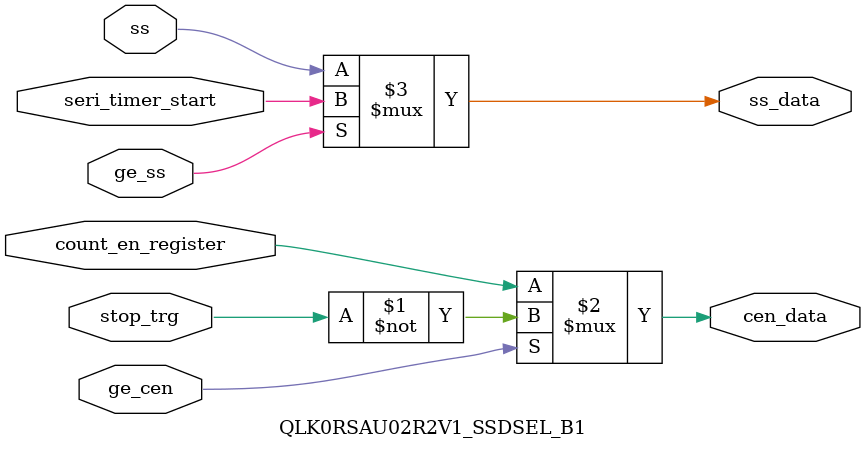
<source format=v>
`timescale 10ps/10ps

module  QLK0RSAU02R2V1 (
                 PCLK,    PCLKRW,    PRESETZ,
                 PSEL2,    PSEL1,    PENABLE,  PWRITE,
                 PADDR5,   PADDR4,   PADDR3,   PADDR2,   PADDR1,
                 PWDATA31, PWDATA30, PWDATA29, PWDATA28, PWDATA27, PWDATA26, PWDATA25,
                 PWDATA24, PWDATA23, PWDATA22, PWDATA21, PWDATA20, PWDATA19, PWDATA18,
                 PWDATA17, PWDATA16, PWDATA15, PWDATA14, PWDATA13, PWDATA12, PWDATA11,
                 PWDATA10, PWDATA9,  PWDATA8,  PWDATA7,  PWDATA6,  PWDATA5,  PWDATA4,
                 PWDATA3,  PWDATA2,  PWDATA1,  PWDATA0,
                 PRDATA15, PRDATA14, PRDATA13, PRDATA12, PRDATA11,
                 PRDATA10, PRDATA9,  PRDATA8,  PRDATA7,  PRDATA6,  PRDATA5,  PRDATA4,
                 PRDATA3,  PRDATA2,  PRDATA1,  PRDATA0,
                 // Ch 0,1 interface
                 INT0,     INT1,
                 SEINT0,   SEINT1,
                 SIN0,     SIN1,
                 SOUT00,   SOUT01,
                 SOUT10,   SOUT11,
                 SCKO0,    SCKO1,
                 SCKI0,    SCKI1,
                 NFEN0,
                 // General interface
                 PRS13,    PRS12,    PRS11,    PRS10,
                 PRS03,    PRS02,    PRS01,    PRS00,
                 CK0,      CK1,
                 SCANEN,   SCANMODE
                 );

//parameter LCLP=1'b0;
//parameter HCLP=1'b1;

// System signal
  input  PCLK;
  input  PCLKRW;
  input  PRESETZ;
// APB I/F
  input  PSEL1;
  input  PSEL2;
//   input  PSEL3;
  input  PADDR5;
  input  PADDR4;
  input  PADDR3;
  input  PADDR2;
  input  PADDR1;
  input  PENABLE;
  input  PWRITE;
  input  PWDATA31;
  input  PWDATA30;
  input  PWDATA29;
  input  PWDATA28;
  input  PWDATA27;
  input  PWDATA26;
  input  PWDATA25;
  input  PWDATA24;
  input  PWDATA23;
  input  PWDATA22;
  input  PWDATA21;
  input  PWDATA20;
  input  PWDATA19;
  input  PWDATA18;
  input  PWDATA17;
  input  PWDATA16;
  input  PWDATA15;
  input  PWDATA14;
  input  PWDATA13;
  input  PWDATA12;
  input  PWDATA11;
  input  PWDATA10;
  input  PWDATA9;
  input  PWDATA8;
  input  PWDATA7;
  input  PWDATA6;
  input  PWDATA5;
  input  PWDATA4;
  input  PWDATA3;
  input  PWDATA2;
  input  PWDATA1;
  input  PWDATA0;
  output PRDATA15;
  output PRDATA14;
  output PRDATA13;
  output PRDATA12;
  output PRDATA11;
  output PRDATA10;
  output PRDATA9;
  output PRDATA8;
  output PRDATA7;
  output PRDATA6;
  output PRDATA5;
  output PRDATA4;
  output PRDATA3;
  output PRDATA2;
  output PRDATA1;
  output PRDATA0;

  // Channel 0,1 interface
  output INT0;
  output INT1;
  output SEINT0;
  output SEINT1;
  input SIN0;
  input SIN1;
  output SOUT00;
  output SOUT01;
  output SOUT10;
  output SOUT11;
  output SCKO0;
  output SCKO1;
  input SCKI0;
  input SCKI1;
  input NFEN0;

// Prescalar Control
  output PRS13;
  output PRS12;
  output PRS11;
  output PRS10;
  output PRS03;
  output PRS02;
  output PRS01;
  output PRS00;

// Input from Prescalar
  input CK0;
  input CK1;

// For SCAN TEST
  input SCANEN;
  input SCANMODE;
   

// Wire Definition
wire [15:0] sdr0_data, sdr1_data, sdr2_data, sdr3_data;
wire [15:0] smr0_data, smr1_data, smr2_data, smr3_data;
wire [15:0] scr0_data, scr1_data, scr2_data, scr3_data;
wire [15:0] ssr0_data, ssr1_data, ssr2_data, ssr3_data;
wire        se03, se02, se01, se00;
wire        soe03, soe02, soe01, soe00;
wire        sol03, sol02, sol01, sol00;
wire [15:0] sps;

wire        re_sdr0, re_sdr1, re_sdr2, re_sdr3;

// APB Signal
wire [5:1] gate_paddr;
wire [31:0] gate_pwdata;
wire we_uhw, we_lhw;
wire sel_sdr0, sel_sdr1, sel_sdr2, sel_sdr3;
wire sel_smr0, sel_smr1, sel_smr2, sel_smr3;
wire sel_scr0, sel_scr1, sel_scr2, sel_scr3;
wire sel_sir0, sel_sir1, sel_sir2, sel_sir3;
wire sel_ss, sel_st, sel_sps;
wire sel_ssc;
wire wr_so, wr_sol, wr_st, wr_soe;

// Interconnect
wire SEINT0, SEINT1, SEINT2, SEINT3;
wire CK0, CK1;
wire count_clock0, count_clock1, count_clock2, count_clock3;
wire md_uart0, md_uart1, md_uart2, md_uart3;
wire stss_all;

wire sout0_src, sout1_src, sout2_src, sout3_src;
wire sin0_sel, sin1_sel, sin2_sel, sin3_sel;
wire md_iic0, md_iic1, md_iic2, md_iic3;

wire CKEN0, CKEN1, CKEN2, CKEN3;
wire fast_mode0, fast_mode1, fast_mode2, fast_mode3;
wire sin0_nf, sin1_nf, sin2_nf, sin3_nf;

assign gate_pwdata = {PWDATA31, PWDATA30, PWDATA29, PWDATA28, PWDATA27, PWDATA26, PWDATA25, PWDATA24,
                      PWDATA23, PWDATA22, PWDATA21, PWDATA20, PWDATA19, PWDATA18, PWDATA17, PWDATA16,
                      PWDATA15, PWDATA14, PWDATA13, PWDATA12, PWDATA11, PWDATA10, PWDATA9, PWDATA8,
                      PWDATA7, PWDATA6, PWDATA5, PWDATA4, PWDATA3, PWDATA2, PWDATA1, PWDATA0};
assign gate_paddr = {PADDR5, PADDR4, PADDR3, PADDR2, PADDR1};

wire PRS13 = sps[7];
wire PRS12 = sps[6];
wire PRS11 = sps[5];
wire PRS10 = sps[4];
wire PRS03 = sps[3];
wire PRS02 = sps[2];
wire PRS01 = sps[1];
wire PRS00 = sps[0];

//wire [3:0] snc;
wire [1:0] ssc;

wire swc = ssc[0];
wire ssec = ssc[1];
wire rxe0 = scr0_data[14];
wire rxe1 = scr1_data[14];
wire rxe2 = scr2_data[14];
wire rxe3 = scr3_data[14];
   
// APB Bus I/F Module (Address Decode, Data Output)
QLK0RSAU02R2V1_APBIF apbif (
                 .psel2(PSEL2), .psel1(PSEL1), .penable(PENABLE), .pwrite(PWRITE), 
                 .paddr5(gate_paddr[5]), .paddr4(gate_paddr[4]),
                 .paddr3(gate_paddr[3]), .paddr2(gate_paddr[2]), .paddr1(gate_paddr[1]),
                 .prdata15(PRDATA15), .prdata14(PRDATA14), .prdata13(PRDATA13), .prdata12(PRDATA12),
                 .prdata11(PRDATA11), .prdata10(PRDATA10), .prdata9(PRDATA9),   .prdata8(PRDATA8),
                 .prdata7(PRDATA7),   .prdata6(PRDATA6),   .prdata5(PRDATA5),   .prdata4(PRDATA4),
                 .prdata3(PRDATA3),   .prdata2(PRDATA2),   .prdata1(PRDATA1),   .prdata0(PRDATA0),
                 .we_uhw(we_uhw), .we_lhw(we_lhw),
                 .sel_sdr0(sel_sdr0), .sel_sdr1(sel_sdr1), 
                 .sel_smr0(sel_smr0), .sel_smr1(sel_smr1), 
                 .sel_scr0(sel_scr0), .sel_scr1(sel_scr1), 
                 .sel_sir0(sel_sir0), .sel_sir1(sel_sir1), 
                 .sel_ss(sel_ss),   .sel_st(sel_st),   .sel_sps(sel_sps),
                 .re_sdr0(re_sdr0), .re_sdr1(re_sdr1), 
                 .wr_so(wr_so),.wr_sol(wr_sol), .wr_st(wr_st), .wr_soe(wr_soe),
                 .sdr0_data(sdr0_data), .smr0_data(smr0_data),
                 .scr0_data(scr0_data), .ssr0_data(ssr0_data),
                 .sdr1_data(sdr1_data), .smr1_data(smr1_data),
                 .scr1_data(scr1_data), .ssr1_data(ssr1_data),
                 .cko01(SCKO1), .cko00(SCKO0), 
                 .so01(sout1_src), .so00(sout0_src),
                 .soe01(soe01), .soe00(soe00),
                 .sol01(sol01), .sol00(sol00),
                 .se01(se01), .se00(se00),
                 .sps(sps));

// General RegisterPrescalor Module
QLK0RSAU02R2V1_GREG gregu (
                 .pclkrw(PCLKRW), .presetz(PRESETZ),
                 .peri_write(gate_pwdata[7:0]), .sel_sps(sel_sps),
                 .pwrite(PWRITE), .penable(PENABLE),
                 .sps(sps));

// SAU ch0 module
QLK0RSAU02R2V1_MAIN_B0 ch0 (
                 .peclk(PCLK), .pclkrw(PCLKRW), .peresetz(PRESETZ),
                 .ck0(CK0), .ck1(CK1),
                 .peri_write(gate_pwdata[15:0]), .common_write({gate_pwdata[8],gate_pwdata[0]}), .re_sdr(re_sdr0),
                 .sel_sdr(sel_sdr0), .sel_smr(sel_smr0), .sel_scr(sel_scr0), .sel_sir(sel_sir0),
                 .wr_st(wr_st), .wr_so(wr_so),
                 .wr_soe(wr_soe), .wr_sol(wr_sol),
                 .we_ulhw(we_lhw), .we_lhw(we_lhw), .we_uhw(we_uhw),
                 .sdr_data(sdr0_data), .smr_data(smr0_data),
                 .scr_data(scr0_data), .ssr_data(ssr0_data),
                 .se(se00), .soe(soe00), .sol(sol00),
                 .count_clock(count_clock0),
                 .md_uart(md_uart0), .md_iic(md_iic0),
                 .stss_all(stss_all),
                 .sin(sin0_sel), .sin_direct(SIN0), .scki(SCKI0), .sout(sout0_src), 
                 .scko(SCKO0), .int_sig(INT0), .eint(SEINT0), .mck(CKEN0),
                 .fast_mode(fast_mode0), .ack_timing(ack_timing0)
                   );


// SAU ch1 module
QLK0RSAU02R2V1_MAIN_B1 ch1 (
                 .peclk(PCLK), .pclkrw(PCLKRW), .peresetz(PRESETZ),
                 .ck0(CK0), .ck1(CK1), 
                 .peri_write(gate_pwdata[31:16]), .common_write({gate_pwdata[9],gate_pwdata[1]}), .re_sdr(re_sdr1),
                 .sel_sdr(sel_sdr1), .sel_smr(sel_smr1), .sel_scr(sel_scr1), .sel_sir(sel_sir1),
                 .wr_st(wr_st), .wr_so(wr_so),
                 .wr_soe(wr_soe), .wr_sol(wr_sol),
                 .we_ulhw(we_uhw), .we_lhw(we_lhw), .we_uhw(we_uhw),
                 .sdr_data(sdr1_data), .smr_data(smr1_data),
                 .scr_data(scr1_data), .ssr_data(ssr1_data),
                 .se(se01), .soe(soe01), .sol(sol01),
                 .count_clock(count_clock1),
                 .md_uart(md_uart1), .md_iic(md_iic1),
                 .stss_all(stss_all),
                 .sin(sin1_sel), .sin_direct(SIN1), .scki(SCKI1), .sout(sout1_src),
                 .scko(SCKO1), .int_sig(INT1), .eint(SEINT1), .mck(CKEN1),
                 .fast_mode(fast_mode1), .ack_timing(ack_timing1)
                 );
  
// Serial I/F selector modulr for ch0 and ch1
QLK0RSAU02R2V1_SIF sif01(
                        .sin_ev_i(sin0_nf), .sin_od_i(sin1_nf),
                        //.sin_od_thr(SIN1),  .csi_fast_od(fast_mode1),
                        .sin_ev_o(sin0_sel),  .sin_od_o(sin1_sel),
                        .sout_ev_i(sout0_src), .sout_od_i(sout1_src),
                        .sout0_ev_o(SOUT00), .sout1_ev_o(SOUT10), .sout0_od_o(SOUT01), .sout1_od_o(SOUT11),
                        .all_uart(md_uart0&md_uart1),
                        .md_iic_ev(md_iic0), .md_iic_od(md_iic1)
                      );


QLK0RSAU02R2V1_SNF2  nf0(.pclk(PCLK), .presetz(PRESETZ), .cken(CKEN0), .rxe_ev(rxe0),
                        .rxe_od(rxe1&md_uart1), .iic_ack_timing(ack_timing0),
                        .din(SIN0), .dout(sin0_nf),
                        .nfen(NFEN0) );
   
QLK0RSAU02R2V1_SYNC sync1(.pclk(PCLK), .presetz(PRESETZ), .cken(CKEN1), .rxe(rxe1),
                         .iic_ack_timing(ack_timing1),
                         .din(SIN1), .dout(sin1_nf) );


      
// Gating Contorol
QLK0RSAU02R2V1_GECTL gectl (
                      .sel_ss(sel_ss), .sel_st(sel_st), .stss_all(stss_all)
                        );

   
endmodule


module  QLK0RSAU02R2V1_APBIF (
                 psel2,  psel1,  penable,  pwrite,
                 paddr5, paddr4, paddr3, paddr2, paddr1,
                 prdata15, prdata14, prdata13, prdata12, prdata11, prdata10, prdata9,  prdata8,
                 prdata7,  prdata6,  prdata5,  prdata4,  prdata3,  prdata2,  prdata1,  prdata0,
                 we_uhw, we_lhw,
                 sel_sdr0, sel_sdr1, 
                 sel_smr0, sel_smr1, 
                 sel_scr0, sel_scr1, 
                 sel_sir0, sel_sir1, 
                 sel_ss,
                 sel_st,
                 sel_sps,
                 wr_soe, wr_so, wr_sol, wr_st,
                 re_sdr0, re_sdr1, 
                 sdr0_data, smr0_data, scr0_data, ssr0_data,
                 sdr1_data, smr1_data, scr1_data, ssr1_data,
                 cko01, cko00,
                 so01, so00,
                 soe01, soe00,
                 sol01, sol00,
                 se01, se00,
                 sps
                 );


parameter SDR0_ADR=5'h00;
parameter SDR1_ADR=5'h01;
parameter SDR2_ADR=5'h02;
parameter SDR3_ADR=5'h03;
parameter SSR0_ADR=5'h00;
parameter SSR1_ADR=5'h01;
parameter SSR2_ADR=5'h02;
parameter SSR3_ADR=5'h03;
parameter SIR0_ADR=5'h04;
parameter SIR1_ADR=5'h05;
parameter SIR2_ADR=5'h06;
parameter SIR3_ADR=5'h07;
parameter SMR0_ADR=5'h08;
parameter SMR1_ADR=5'h09;
parameter SMR2_ADR=5'h0A;
parameter SMR3_ADR=5'h0B;
parameter SCR0_ADR=5'h0C;
parameter SCR1_ADR=5'h0D;
parameter SCR2_ADR=5'h0E;
parameter SCR3_ADR=5'h0F;
parameter SE_ADR  =5'h10;
parameter SS_ADR  =5'h11;
parameter ST_ADR  =5'h12;
parameter SPS_ADR =5'h13;
parameter SO_ADR  =5'h14;
parameter SOE_ADR =5'h15;
parameter SOL_ADR =5'h1A;
parameter EDR0_ADR=5'h16;
parameter EDR1_ADR=5'h17;
parameter EDR2_ADR=5'h18;
parameter EDR3_ADR=5'h19;
parameter SSC_ADR =5'h1C;   
//parameter SNC_ADR =5'h00;
   
//input psel3;
input psel2;
input psel1;
input penable;
input pwrite;
input paddr5;
input paddr4;
input paddr3;
input paddr2;
input paddr1;


output prdata15;
output prdata14;
output prdata13;
output prdata12;
output prdata11;
output prdata10;
output prdata9;
output prdata8;
output prdata7;
output prdata6;
output prdata5;
output prdata4;
output prdata3;
output prdata2;
output prdata1;
output prdata0;

output we_uhw;  // Upper Half-Word write signal
output we_lhw;  // Lower Half-Word write signal
output sel_sdr0;
output sel_sdr1;
//output sel_sdr2;
//output sel_sdr3;
output sel_smr0;
output sel_smr1;
//output sel_smr2;
//output sel_smr3;
output sel_scr0;
output sel_scr1;
//output sel_scr2;
//output sel_scr3;
output sel_sir0;
output sel_sir1;
//output sel_sir2;
//output sel_sir3;
output sel_ss;
output sel_st;
output sel_sps;
output wr_soe;
output wr_so;
output wr_sol;
output wr_st;
//output sel_snc;
//output sel_ssc;

output re_sdr0;
output re_sdr1;
//output re_sdr2;
//output re_sdr3;

input [15:0] sdr0_data;
input [15:0] smr0_data;
input [15:0] scr0_data;
input [15:0] ssr0_data;
input [15:0] sdr1_data;
input [15:0] smr1_data;
input [15:0] scr1_data;
input [15:0] ssr1_data;
//input [15:0] sdr2_data;
//input [15:0] smr2_data;
//input [15:0] scr2_data;
//input [15:0] ssr2_data;
//input [15:0] sdr3_data;
//input [15:0] smr3_data;
//input [15:0] scr3_data;
//input [15:0] ssr3_data;

//input cko03;
//input cko02;
input cko01;
input cko00;
//input so03;
//input so02;
input so01;
input so00;
//input soe03;
//input soe02;
input soe01;
input soe00;
//input sol03;
//input sol02;
input sol01;
input sol00;
//input se03;
//input se02;
input se01;
input se00;
input [15:0] sps;
// input [3:0] snc;
//input [1:0] ssc;
   
   
// Declaration of reg/wire
reg    sel_sdr0, sel_sdr1, 
       sel_smr0, sel_smr1, 
       sel_scr0, sel_scr1, 
       sel_ssr0, sel_ssr1, 
       sel_sir0, sel_sir1;
reg    sel_se, sel_ss, sel_st, sel_sps, sel_so, sel_soe, sel_sol;
reg    sel_edr0, sel_edr1;
reg    sel_snc;
   
//==================================================//
//              Generate SEL signals                //
//==================================================//

always @( psel2 or psel1 or paddr5 or paddr4 or paddr3 or paddr2 or paddr1 ) begin
    {sel_sdr0, sel_sdr1} = 2'h0;
    {sel_smr0, sel_smr1} = 2'h0;
    {sel_scr0, sel_scr1} = 2'h0;
    {sel_ssr0, sel_ssr1} = 2'h0;
    {sel_sir0, sel_sir1} = 2'h0;
    sel_se = 1'b0;
    sel_ss = 1'b0;
    sel_st = 1'b0;
    sel_sps = 1'b0;
    sel_so = 1'b0;
    sel_soe = 1'b0;
    sel_sol = 1'b0;
    {sel_edr0, sel_edr1} = 2'h0;

    case({3'b000, paddr2, paddr1})   // synopsys parallel_case
      SDR0_ADR : sel_sdr0 = psel1;
      SDR1_ADR : sel_sdr1 = psel1;
      //SDR2_ADR : sel_sdr2 = psel1;
      //SDR3_ADR : sel_sdr3 = psel1;
      default  : begin
                  {sel_sdr0, sel_sdr1} = 2'h0;
                 end
    endcase

    case({paddr5, paddr4, paddr3, paddr2, paddr1})         // synopsys parallel_case
      SSR0_ADR : sel_ssr0 = psel2;
      SSR1_ADR : sel_ssr1 = psel2;
      //SSR2_ADR : sel_ssr2 = psel2;
      //SSR3_ADR : sel_ssr3 = psel2;
      SIR0_ADR : sel_sir0 = psel2;
      SIR1_ADR : sel_sir1 = psel2;
      //SIR2_ADR : sel_sir2 = psel2;
      //SIR3_ADR : sel_sir3 = psel2;
      SMR0_ADR : sel_smr0 = psel2;
      SMR1_ADR : sel_smr1 = psel2;
      //SMR2_ADR : sel_smr2 = psel2;
      //SMR3_ADR : sel_smr3 = psel2;
      SCR0_ADR : sel_scr0 = psel2;
      SCR1_ADR : sel_scr1 = psel2;
      //SCR2_ADR : sel_scr2 = psel2;
      //SCR3_ADR : sel_scr3 = psel2;
      SE_ADR   : sel_se  = psel2;
      SS_ADR   : sel_ss  = psel2;
      ST_ADR   : sel_st  = psel2;
      SPS_ADR  : sel_sps  = psel2;
      SO_ADR   : sel_so  = psel2;
      SOE_ADR  : sel_soe  = psel2;
      SOL_ADR  : sel_sol = psel2;
      EDR0_ADR : sel_edr0 = psel2;
      EDR1_ADR : sel_edr1 = psel2;
      //EDR2_ADR : sel_edr2 = psel2;
      //EDR3_ADR : sel_edr3 = psel2;
      //SSC_ADR  : sel_ssc  = psel2;
      default  : begin
                  {sel_ssr0, sel_ssr1} = 2'h0;
                  {sel_sir0, sel_sir1} = 2'h0;
                  {sel_smr0, sel_smr1} = 2'h0;
                  {sel_scr0, sel_scr1} = 2'h0;
                  sel_se = 1'b0;
                  sel_ss = 1'b0;
                  sel_st = 1'b0;
                  sel_sps = 1'b0;
                  sel_so = 1'b0;
                  sel_soe = 1'b0;
                  sel_sol = 1'b0;
                  {sel_edr0, sel_edr1} = 2'h0;
                 end
    endcase

end

//==================================================//
//              Generate WE signals                 //
// This signal is used for register write.          //
//==================================================//
wire we_lhw;
wire we_uhw;
assign we_lhw = penable & pwrite & ~paddr1;
assign we_uhw = penable & pwrite &  paddr1;

//==================================================//
//             DATA Read Circuit                    //
//==================================================//
reg [31:0] dout;

always @( sel_sdr0 or sel_sdr1 or
          sel_smr0 or sel_smr1 or
          sel_scr0 or sel_scr1 or
          sel_ssr0 or sel_ssr1 or
          sel_se  or sel_sps  or sel_so  or
          sel_soe  or sel_sol or
          sdr1_data or sdr0_data or 
          smr1_data or smr0_data or 
          scr1_data or scr0_data or 
          ssr1_data or ssr0_data or 
          se01  or se00  or sps  or
          cko01 or cko00 or
          so01  or so00  or
          soe01 or soe00 or
          sol01 or sol00 or
          sel_edr0 or sel_edr1
          ) begin

      case(1'b1)         // synopsys parallel_case
        sel_sdr0|sel_sdr1|sel_edr0|sel_edr1 : dout = {sdr1_data, sdr0_data};
        //sel_sdr2|sel_sdr3|sel_edr2|sel_edr3 : dout = {sdr3_data, sdr2_data};
        sel_smr0|sel_smr1 : dout = {smr1_data, smr0_data};
        //sel_smr2|sel_smr3 : dout = {smr3_data, smr2_data};
        sel_scr0|sel_scr1 : dout = {scr1_data, scr0_data};
        //sel_scr2|sel_scr3 : dout = {scr3_data, scr2_data};
        sel_ssr0|sel_ssr1 : dout = {ssr1_data, ssr0_data};
        //sel_ssr2|sel_ssr3 : dout = {ssr3_data, ssr2_data};
        sel_se : dout = {30'h00000000, se01, se00};
        sel_sps : dout = {sps, 16'h0000};
        sel_so|sel_soe : dout = {14'h0000, soe01, soe00, 6'h00, cko01, cko00, 6'h00, so01, so00};
        sel_sol : dout = {30'h00000000, sol01, sol00};
        default : dout = 32'h00000000;
      endcase
end

// 32bit-16bit bus transform Logic
wire dis_word;
assign dis_word = paddr1;
wire [15:0] dout_l = dis_word ? dout[31:16] : dout[15:0] ;

wire [15:0] peri_read;
wire re_en;
assign re_en = penable & ~pwrite;

assign peri_read = re_en ? dout_l : 16'h0000;

// read sdr register signal for Over-run
wire re_sdr0 = sel_sdr0 & re_en ;
wire re_sdr1 = sel_sdr1 & re_en ;
//wire re_sdr2 = sel_sdr2 & re_en ;
//wire re_sdr3 = sel_sdr3 & re_en ;

wire prdata15 = peri_read[15];
wire prdata14 = peri_read[14];
wire prdata13 = peri_read[13];
wire prdata12 = peri_read[12];
wire prdata11 = peri_read[11];
wire prdata10 = peri_read[10];
wire prdata9 = peri_read[9];
wire prdata8 = peri_read[8];
wire prdata7 = peri_read[7];
wire prdata6 = peri_read[6];
wire prdata5 = peri_read[5];
wire prdata4 = peri_read[4];
wire prdata3 = peri_read[3];
wire prdata2 = peri_read[2];
wire prdata1 = peri_read[1];
wire prdata0 = peri_read[0];


// common signal for all channel
wire wr_so = we_lhw & sel_so;
wire wr_st = we_lhw & sel_st;
wire wr_sol = we_lhw & sel_sol;
wire wr_soe = we_uhw & sel_soe;
 
endmodule

// General RegisterPrescalor Module
module QLK0RSAU02R2V1_GREG (
                 pclkrw, presetz, peri_write,
                 sel_sps, pwrite, penable,
                 sps );

   input pclkrw;
   input presetz;
   input [7:0] peri_write ;
   input       sel_sps;
   input       pwrite;
   input       penable;

   output [15:0] sps;

   
//================================//
//     SPS Register Block         //
//================================//
reg [3:0]         prs1, prs0;
   
  wire ge_sps = pwrite & penable & sel_sps;
always@(posedge pclkrw or negedge presetz) begin
  if (~presetz) begin
    prs1 <= 4'h0;
    prs0 <= 4'h0;
  end
  else if (ge_sps) begin
    prs1 <= peri_write[7:4];
    prs0 <= peri_write[3:0];
  end
end

   assign sps = {8'h00, prs1, prs0};
  

endmodule

module QLK0RSAU02R2V1_SIF (
                        sin_ev_i, sin_od_i, 
                        sin_ev_o, sin_od_o,
                        sout_ev_i, sout_od_i,
                        sout0_ev_o, sout1_ev_o, sout0_od_o, sout1_od_o,
                        all_uart,
                        md_iic_ev, md_iic_od);

// Input From SAU SIN port
input sin_ev_i;
input sin_od_i;
//input sin_od_thr;
// Output To SAU CH sin port
output sin_ev_o;
output sin_od_o;
// Input From SAU CH sout port
input sout_ev_i;
input sout_od_i;
// Output To SAU SOUT port
output sout0_ev_o;
output sout1_ev_o;
output sout0_od_o;
output sout1_od_o;

// Input Mode signal
input all_uart;
input md_iic_ev;
input md_iic_od;
//input csi_fast_od;

// SIN Selector
wire sin_ev_o = sin_ev_i;

wire sin_od_o = all_uart ? sin_ev_i : sin_od_i;
//reg  sin_od_o;
//always@(csi_fast_od or sin_od_thr or sin_uart)
//  case (csi_fast_od) // synopsys infer_mux
//    1'b1 : sin_od_o = sin_od_thr;
//    1'b0 : sin_od_o = sin_uart;
//  endcase

// SOUT selector
wire sout_ev_tmp = sout_ev_i;
wire sout_od_tmp = sout_od_i; 

// SOUT Separator
wire p_mode_ev = md_iic_ev;
wire p_mode_od = md_iic_od;
wire sout0_ev_o =  p_mode_ev | sout_ev_tmp ;
wire sout1_ev_o = ~p_mode_ev | sout_ev_tmp ;
wire sout0_od_o =  p_mode_od | sout_od_tmp ;
wire sout1_od_o = ~p_mode_od | sout_od_tmp ;

endmodule

// Consider Active timing
// CSI send -> STOP
// CSI recv,send/recv  -> run at ~trans_state
// UART send -> STOP
// UART receive -> run at CKEN
// IIC send -> STOP
// IIC recv,send/recv -> run at ~trans_state
// For ch0, ch2
/*
module  QLK0RSAU02R2V1_SNF0 (pclk, presetz, cken, rxe_ev, rxe_od, iic_ack_timing,
                             din, dout, nfen, ch1_error, sis);
   input pclk;
   input presetz;
   input cken;
   input rxe_ev;
   input rxe_od;
   input iic_ack_timing;
   input din;
   input nfen;      // Noisefilter Enable
   input ch1_error; 
   input sis;
   
//   input csi_fast;  // for Bypath
   output dout;
   
   reg   ff1, ff2, ff3;

   always@(posedge pclk or negedge presetz)
     if (~presetz)
       begin
         ff1 <= 1'b0;
         ff2 <= 1'b0;
         ff3 <= 1'b0;
       end
     else if (ch1_error|(cken&(rxe_od|rxe_ev|iic_ack_timing)))
       begin
         ff1 <= ch1_error ? ~sis : din;
         ff2 <= ch1_error ? ~sis : ff1;
         ff3 <= ch1_error ? ~sis : ff1==ff2 ? ff2 : ff3;
       end

   wire dout;
   assign dout =  nfen ? ff3 : ff1 ;
   
endmodule
*/

module  QLK0RSAU02R2V1_SNF2 (pclk, presetz, cken, rxe_ev, rxe_od, iic_ack_timing, din, dout, nfen);
   input pclk;
   input presetz;
   input cken;
   input rxe_ev;
   input rxe_od;
   input iic_ack_timing;
   input din;
   input nfen;      // Noisefilter Enable
//   input csi_fast;  // for Bypath
   output dout;
   
   reg   ff1, ff2, ff3;

   always@(posedge pclk or negedge presetz)
     if (~presetz)
       begin
         ff1 <= 1'b0;
         ff2 <= 1'b0;
         ff3 <= 1'b0;
       end
     else if (cken&(rxe_od|rxe_ev|iic_ack_timing))
       begin
         ff1 <= din;
         ff2 <= ff1;
         ff3 <= ff1==ff2 ? ff2 : ff3;
       end

   wire dout;
   assign dout =  nfen ? ff3 : ff1 ;
   
endmodule


module  QLK0RSAU02R2V1_SYNC (pclk, presetz, cken, rxe, iic_ack_timing, din, dout);
   input pclk;
   input presetz;
   input cken;
   input din;
   input rxe;
   input iic_ack_timing;
//   input csi_fast;  // for Bypath
   output dout;
   
   reg   ff1;

   always@(posedge pclk or negedge presetz)
     if (~presetz)
         ff1 <= 1'b0;
     else if (cken&(rxe|iic_ack_timing))
         ff1 <= din;

   wire dout;
   assign dout = ff1;
   
endmodule
// This module generate common gating signal
//    int_all -> logical or of each INT
//    st_all  -> logical or of each count_start_trg
//    se_all  -> logical or of each ch SE
//    stss_all -> logical or of sel_ss and sel_st
//    ge_seri  -> logical or of md4 bit

module QLK0RSAU02R2V1_GECTL ( 
                       sel_ss, sel_st, stss_all );
   

input   sel_ss;
input   sel_st;

output  stss_all;

wire stss_all = sel_ss | sel_st;


endmodule
module QLK0RSAU02R2V1_EDGECK_B0 (
                     peclk, peresetz,
                     mck, scki,
                     ccs2,
                     scki_rise, scki_fall, scki_both
                     );

input peclk;
input peresetz;
input mck;
input scki;
input ccs2;
output scki_rise;
output scki_fall;
output scki_both;

//=========================//
//  REG/WIRE  Definition   //
//=========================//
reg scki_cap;
reg scki_sync;
   
wire scki_rise, scki_fall;
wire scki_both;

//=======================//
//  SCKI Latch           //
//=======================//
always@(posedge peclk or negedge peresetz) begin
  if (~peresetz)        scki_sync <= 1'b0;
  else if (mck & ccs2) scki_sync <= scki;
end 
  
//=======================//
//  SCKI Latch           //
//=======================//
always@(posedge peclk or negedge peresetz) begin
  if (~peresetz)          scki_cap <= 1'b0;
  else if (mck&ccs2)      scki_cap <= scki_sync;
end

// Rise
assign scki_rise = scki_sync & ~scki_cap & mck;
// Fall
assign scki_fall = ~scki_sync & scki_cap & mck;
// Rise and Fall
assign scki_both = (scki_sync ^ scki_cap) & mck;

endmodule

module QLK0RSAU02R2V1_EDGECK_B1 (
                     peclk, peresetz,
                     mck, scki,
                     ccs2,
                     scki_rise, scki_fall, scki_both
                     );

input peclk;
input peresetz;
input mck;
input scki;
input ccs2;
output scki_rise;
output scki_fall;
output scki_both;

//=========================//
//  REG/WIRE  Definition   //
//=========================//
reg scki_cap;
reg scki_sync;
   
wire scki_rise, scki_fall;
wire scki_both;

//=======================//
//  SCKI Latch           //
//=======================//
always@(posedge peclk or negedge peresetz) begin
  if (~peresetz)        scki_sync <= 1'b0;
  else if (mck & ccs2) scki_sync <= scki;
end 
  
//=======================//
//  SCKI Latch           //
//=======================//
always@(posedge peclk or negedge peresetz) begin
  if (~peresetz)          scki_cap <= 1'b0;
  else if (mck&ccs2)      scki_cap <= scki_sync;
end

// Rise
assign scki_rise = scki_sync & ~scki_cap & mck;
// Fall
assign scki_fall = ~scki_sync & scki_cap & mck;
// Rise and Fall
assign scki_both = (scki_sync ^ scki_cap) & mck;

endmodule

module QLK0RSAU02R2V1_EDGEU_B0 (
                     peclk, peresetz,
                     mck,
                     sin,
//                     sin_rise, sin_fall,
                     sin_level, sin_latch
                     );

//=========================//
//  Interface Definition   //
//=========================//
input peclk;
input peresetz;
input mck;
input sin;
//input sis;
//output sin_rise;
//output sin_fall;
output sin_level;
output sin_latch;

//=========================//
//  REG/WIRE  Definition   //
//=========================//
reg sin_cap;
wire sin_latch;

//=======================//
//  SIN Latch            //
//=======================//
always@(posedge peclk or negedge peresetz) begin
  if (~peresetz)     sin_cap <= 1'b0;
  else if (mck)      sin_cap <= sin;
end

// Rise
//assign sin_rise = sin & ~sin_cap & mck;

// Fall
//assign sin_fall = ~sin & sin_cap & mck;

// Level
//assign sin_level = sis ? ~sin : sin;
assign sin_level = sin;

// Latch
//assign sin_latch = sis ? ~sin_cap : sin_cap;
assign sin_latch = sin_cap;

endmodule
module QLK0RSAU02R2V1_EDGEU_B1 (
                     peclk, peresetz,
                     mck,
                     sin, sis,
                     sin_rise, sin_fall,
                     sin_level, sin_latch
                     );

//=========================//
//  Interface Definition   //
//=========================//
input peclk;
input peresetz;
input mck;
input sin;
input sis;
output sin_rise;
output sin_fall;
output sin_level;
output sin_latch;

//=========================//
//  REG/WIRE  Definition   //
//=========================//
reg sin_cap;
wire sin_fall;
wire sin_latch;

//=======================//
//  SIN Latch            //
//=======================//
always@(posedge peclk or negedge peresetz) begin
  if (~peresetz)     sin_cap <= 1'b0;
  else if (mck)      sin_cap <= sin;
end

// Rise
assign sin_rise = sin & ~sin_cap & mck;
// Fall
assign sin_fall = ~sin & sin_cap & mck;

// Level
assign sin_level = sis ? ~sin : sin;

// Latch
assign sin_latch = sis ? ~sin_cap : sin_cap;

endmodule

module QLK0RSAU02R2V1_FUNC_B0 (
                    // INPUT
                    peclk, pclkrw, peresetz,
                    mck,
                    we_ulhw, sel_sdr, sel_sir, re_sdr, peri_write,
                    se, md0,
                    dap, ckp,
                    count_start_trg, 
                    count_clock, b_count_clock,
                    md_csi, md_uart, md_iic,
                    eoc,
                    dls, slc, dir, rxe, txe,
                    pstate_on, pcheck_on, odd_parity,
                    no_stopbit, ccs2,
                    data_7bit, data_8bit,
                    sin_level, st_trg, start_slave,
                    sin_latch, 
                    // OUTPUT
                    spr,sdr_read,
                    baud_borrow, csi_slave_stop,
                    int_sig, eint,
                    seri_fin_out,
                    pef,fef,bff,ovf,tsf,
                    seri_dout_timing, seri_dout,
                    sck_timing, sck_data,
                    fast_mode, sin_direct, ack_timing
                    
                   );

input peclk;
input pclkrw;
input peresetz;

input mck;

input we_ulhw;
input sel_sdr;
input sel_sir;
input re_sdr;
input [15:0] peri_write;

input se;
input md0;
input count_start_trg;
input count_clock;
input b_count_clock;

input md_csi;
input md_uart;
input md_iic;
input eoc;
input dap;
input ckp;
input [1:0] dls;
input [1:0] slc;
input dir;
input rxe;
input txe;
input pstate_on;
input pcheck_on;
input odd_parity;
input no_stopbit;
input ccs2;

input data_7bit;
input data_8bit;
input sin_level;
input sin_latch;
input sin_direct;
input st_trg;
input start_slave;

output [15:0] spr;
output [15:0] sdr_read;
output baud_borrow;
output csi_slave_stop;
output int_sig;
output eint;
output pef;
output fef;
output bff;
output ovf;
output tsf;
output seri_dout_timing;
output seri_dout;
output seri_fin_out;
output sck_timing;
output sck_data;
output fast_mode;
output ack_timing;

// Counter
wire [15:0] spr;
wire baud_borrow;
wire recv_data;
wire [15:0] sdr;
wire [15:0] sdr_read;
wire we_sdr;
wire ld_spr_to_sdr;
wire load_next_s_data;
wire csi_slave_ld_mask;
wire d_shift;

// Overflow
wire borrow_register;
wire bff;

// FSM
wire C_IDLE;
wire C_START;
wire C_SEND;
wire C_PARITY;
wire C_STOP;
wire N_START;
wire N_SEND;
wire N_PARITY;
wire N_STOP;

wire seq_start; // Seq_start is working on except of UART & rxe
wire trans_next_state; // This is state transfer timing on transmission
wire state_trans; // This is current_state gating signal
wire s_trans;
wire sck_toggle; // This is data shift/capture timing signal
wire last_state; // This is the status of Last state on 1 data
wire fin_timing;
wire sdr_load;
wire seri_fin;
wire seri_fin_out;
//wire uart_stop;

// Sout
wire seri_dout_timing; // serial SOUT change timing
wire seri_dout; // serial SOUT next data
wire send_data_out;

// Scko
wire sck_timing;   // sck toggle timing;
wire sck_data;     // sck data

// Int
wire int_sig;

// Flag
wire ovf;
wire pef;
wire ack_timing;
wire parity_out;
wire fef = 1'b0;
wire tsf;
wire sdr_load_timing;
wire set_ovf, set_pef, clr_ovf, clr_pef;

// I/O control
wire data_out;

// Common Signal
//assign uart_recv = md_uart & rxe;
//assign seri_fin_out = seri_fin | uart_stop;
assign seri_fin_out = seri_fin;

// SIN Signal Selector
wire csi_slave_mode = md_csi & ccs2;

reg sin_sel;
//always@(sin_latch or sin_level or md_uart or csi_slave_mode)
//  case ( md_uart|csi_slave_mode )
//    1'b1    : sin_sel = sin_latch;
//    default : sin_sel = sin_level;
//  endcase
always@(sin_latch or sin_level or csi_slave_mode)
  case ( csi_slave_mode )
    1'b1    : sin_sel = sin_latch;
    default : sin_sel = sin_level;
  endcase
  
assign load_next_s_data = sdr_load & txe; // <- SEQ transfer load next SDR data
assign sdr_load_timing = fin_timing & rxe;
assign ld_spr_to_sdr = sdr_load_timing & ~st_trg ;
assign recv_data = ~rxe | sin_sel;
assign we_sdr = we_ulhw & sel_sdr;

//++++====++++====++++====  COUNTER   ====++++====++++====++++====//
QLK0RSAU02R2V1_CNT_B0 cnt (.peclk(peclk), .peresetz(peresetz),
                     .data_8bit(data_8bit), .data_7bit(data_7bit),
                     .recv_data(recv_data), .dir(dir),
                     .csi_slave_ld_mask(csi_slave_ld_mask),
                     .count_start_trg(count_start_trg), .load_next_s_data(load_next_s_data),
                     .se(se), .d_shift(d_shift), .b_count_clock(b_count_clock),
                     .sdr(sdr), .spr(spr), .baud_borrow(baud_borrow),
                     .sin_direct(sin_direct), .fast_mode(fast_mode), .rxe(rxe) );

//++++====++++====++++====  DATA_REG   ====++++====++++====++++====//
QLK0RSAU02R2V1_DREG_B0 dreg ( .peclk(peclk), .pclkrw(pclkrw), .peresetz(peresetz),
                        .we_sdr(we_sdr), 
                        .se(se), .ccs2(ccs2),
                        .ld_spr_to_sdr(ld_spr_to_sdr), .peri_write(peri_write),
                        .spr(spr), .sdr(sdr), .sdr_read(sdr_read), .fast_mode(fast_mode)
                        );

//++++====++++====++++====   FSM    ++====++++====++++====++++====//
QLK0RSAU02R2V1_STATECTL_B0 statectl(
                              .peclk(peclk), .peresetz(peresetz), 
                              .count_start_trg(count_start_trg), .st_trg(st_trg), .count_clock(count_clock),
                              .md_csi(md_csi), .md_uart(md_uart), 
                              .txe(txe), .rxe(rxe),
                              .pstate_on(pstate_on), .no_stopbit(no_stopbit),
                              .dls(dls), .slc(slc), .ccs2(ccs2), .dap(dap), .fast_mode(fast_mode),
                              .we_sdr(we_sdr), .tsf(tsf), .start_slave(start_slave),
                              .csi_slave_mode(csi_slave_mode),
                              .C_IDLE(C_IDLE), .C_START(C_START), .C_SEND(C_SEND), .C_PARITY(C_PARITY), .C_STOP(C_STOP),
                              .N_START(N_START), .N_SEND(N_SEND), .N_PARITY(N_PARITY), .N_STOP(N_STOP),
                              .d_shift(d_shift), .state_trans(state_trans), .s_trans(s_trans),
                              .sck_toggle(sck_toggle),
                              .trans_next_state(trans_next_state), .last_state(last_state),
                              .fin_timing(fin_timing), .sdr_load(sdr_load),
                              .seri_fin(seri_fin), .seq_start(seq_start), .ack_timing(ack_timing),
                              .csi_slave_stop(csi_slave_stop),
                              .csi_slave_ld_mask(csi_slave_ld_mask) );

//++++====++++====++++==== SOUT_SRC ++====++++====++++====++++====++//
//++++====++++====++++==== SCKO_SRC ++====++++====++++====++++====+//
QLK0RSAU02R2V1_OUTCTL_B0 outctl(
                           .count_start_trg(count_start_trg), .st_trg(st_trg), .s_trans(s_trans), .fin_timing(fin_timing),
                           .last_state(last_state), .seq_start(seq_start),
                           .N_START(N_START), .N_SEND(N_SEND), .N_PARITY(N_PARITY), .N_STOP(N_STOP),
                           .C_IDLE(C_IDLE), .C_STOP(C_STOP),
                           .trans_next_state(trans_next_state),
                           .sdr(sdr), .count_register(spr),
                           .data_8bit(data_8bit),
                           .dir(dir), .txe(txe),
                           .md_iic(md_iic), .md_uart(md_uart),
                           .count_clock(count_clock), .sck_toggle(sck_toggle),
                           .parity_out(parity_out), .dap(dap), .ckp(ckp), .ccs2(ccs2), .csi_slave_mode(csi_slave_mode),
                           .seri_dout_timing(seri_dout_timing), .seri_dout(seri_dout),
                           .sck_timing(sck_timing), .sck_data(sck_data),
                           .send_data_out(send_data_out) );

//++++====++++====++++====   INT    ++====++++====++++====++++====//
QLK0RSAU02R2V1_INT_B0 intctl(
                         .peclk(peclk), .peresetz(peresetz),
                         .count_start_trg(count_start_trg),
                         .md0(md0), .dap(dap), .csi_slave_mode(csi_slave_mode),
                         .last_state(last_state), .seq_start(seq_start), .state_trans(state_trans),
                         .st_trg(st_trg),
                         .eoc(eoc), .ovf(ovf), .pef(pef),
                         .set_ovf(set_ovf), .set_pef(set_pef),
                         .clr_ovf(clr_ovf), .clr_pef(clr_pef),
                         .se(se), 
                         .int_sig(int_sig), .eint(eint) );


//++++====++++====++++====   EINT    ++====++++====++++====++++====//
//QLK0RSAU02R2V1_EINT_B0 seintctl(
//                         .peclk(peclk), .peresetz(peresetz),
//                         .set_ovf(set_ovf), .set_pef(set_pef),
//                         .eoc(eoc), .eint(eint) );

//++++====++++====++++====   FLAG   ++====++++====++++====++++====//
QLK0RSAU02R2V1_FLAG_B0 flag (
                       .peclk(peclk), .peresetz(peresetz), .mck(mck),
                       .peri_write(peri_write[2:0]), .sel_sir(sel_sir), .we_ulhw(we_ulhw), .we_sdr(we_sdr),
                       .se(se), .count_clock(count_clock), .st_trg(st_trg),
                       .count_start_trg(count_start_trg), .ccs2(ccs2), .dap(dap),
                       .sdr_load_timing(sdr_load_timing), .re_sdr(re_sdr),
                       .seq_start(seq_start),
                       .d_shift(d_shift), .ack_timing(ack_timing), .state_trans(state_trans),
                       .md_iic(md_iic),
                       .csi_slave_mode(csi_slave_mode), .seri_fin(seri_fin),
                       .pcheck_on(pcheck_on), .odd_parity(odd_parity),
                       .txe(txe), .rxe(rxe), .sin_sel(sin_sel), .send_data_out(send_data_out),
                       .fin_timing(fin_timing),
                       .ovf(ovf), .parity_out(parity_out), .pef(pef),
                       .tsf(tsf), .bff(bff),
                       .set_ovf(set_ovf), .set_pef(set_pef),
                       .clr_ovf(clr_ovf), .clr_pef(clr_pef),
                       .borrow_register(borrow_register)
                        );

//++++====++++====++++====+ I/O  CNT +====++++====++++====++++====+//
assign data_out = txe ;

endmodule

// This is Counter(SPR) module
module QLK0RSAU02R2V1_CNT_B0 ( peclk, peresetz,
                        data_8bit, data_7bit,
                        recv_data,
                        dir,
                        csi_slave_ld_mask,
                        count_start_trg, load_next_s_data,
                        se, d_shift, b_count_clock,
                        sdr, spr, baud_borrow,
                        sin_direct, fast_mode, rxe );
input peclk;
input peresetz;

input data_8bit;
input data_7bit;
input recv_data;
input dir;
input csi_slave_ld_mask;
input count_start_trg;
input load_next_s_data;
input se;
input d_shift;
input b_count_clock;
input [15:0] sdr;
input sin_direct;
input fast_mode;
input rxe;

output [15:0] spr;
output baud_borrow;


//wire shift9_lsb;
wire shift8_lsb;
wire shift7_lsb;
wire shift6_lsb;
wire shift5_lsb;
//wire shift9_msb;
wire shift8_msb;
wire shift7_msb;
wire shift6_msb;

wire [15:0] shift_data;
wire [15:9] next_value;
reg [15:0] load_data;
wire borrow2;
wire baud_borrow;
reg [15:0] count_register;
wire load_trg_lb;
wire load_trg_ub;
wire ge_count_register_0;
wire ge_count_register_1;
wire ge_count_register_2;
wire ge_count_register_3;


// Shift/Capture function  all shift condition
wire recv_data_sel = fast_mode & rxe ? sin_direct : recv_data;

assign shift8_lsb = (data_8bit & recv_data_sel);
assign shift7_lsb = (~data_7bit & count_register[7]) | (data_7bit & recv_data_sel);
assign shift6_lsb = count_register[6];
assign shift5_lsb =  count_register[5];
assign shift8_msb = ~data_7bit & count_register[6];
assign shift7_msb =  count_register[5];
assign shift6_msb =  count_register[4];

// Generate bit8-0 shift data
//assign shift_data[8:0] = dir ? {shift9_lsb, shift8_lsb, shift7_lsb, shift6_lsb, shift5_lsb, count_register[4:1]}  // LSB first
//                             : {shift9_msb, shift8_msb, shift7_msb, shift6_msb, count_register[3:0], recv_data};  // MSB first
assign shift_data[7:0] = dir ? {shift8_lsb, shift7_lsb, shift6_lsb, shift5_lsb, count_register[4:1]}  // LSB first
                             : {shift8_msb, shift7_msb, shift6_msb, count_register[3:0], recv_data_sel};  // MSB first

   
// Generate bit15-9 shift data
//assign shift_data[15:9] = dir ? {recv_data, count_register[15:10]}  // LSB first
//                              : count_register[14:8];               // MSB first
assign shift_data[15:8] = 8'h00;
   
   
// Borrow signal (bit separated)
wire tmp_borrow2 ;

QLK0RSAU02R2V1_DEC3_B0 dec3_1 (.borrow(tmp_borrow2), .out1(next_value[11:9]),  .in1(count_register[11:9]) );
QLK0RSAU02R2V1_DEC4_B0 dec4_2 (.out1(next_value[15:12]), .in1(count_register[15:12]));

assign borrow2 = tmp_borrow2 ;                     // This is borrow signal count_register[11:9]-1

// Borrow Signal (Baud-Rate Counter), This is used for Timer and Serial
assign baud_borrow = (count_register[15:9]==7'h00);

// SPR Register value inverted on capture mode
assign spr        = {count_register[15:9],1'b0,count_register[7:0]} ;

// Load SDR/FFFFH trigger for SPR[8:0]
assign load_trg_lb  = ((count_start_trg & ~csi_slave_ld_mask)    // <- This is Serial/Timer Start Condition
                                                                 //    csi_slave_ld_mask is refered to STATECTL
                       | load_next_s_data) & se;                 // <- This is Serial Seq-Send Condition

// Load SDR/FFFFH trigger for SPR[15:9]
assign load_trg_ub  = ((count_start_trg & ~csi_slave_ld_mask)     // This is Serial/Timer Start Condition
                       | (baud_borrow & b_count_clock)            // This is Serial baud-rate Conter=00H Condition;
//                       | (~baud_count_en & load_next_s_data)) & se;   // <- This is Serial Se-Send Condition
                       ) & se;   // <- This is Serial Se-Send Condition


// Load data selector // Remove Bit9
always@(load_trg_lb or sdr or shift_data) begin
  case ({load_trg_lb}) // synopsys parallel_case
    1'b0:  load_data[7:0] = shift_data[7:0];  // load shift/recv for serial mode
    default: load_data[7:0] = sdr[7:0];         // load sdr[8:0] for non capture mode
  endcase
end

//wire shift16 = d_shift & data_16bit;

// Remove data_16bit
always@(load_trg_ub or sdr or shift_data or next_value) begin
  case ({load_trg_ub}) // synopsys parallel_case
    1'b1:  load_data[15:9] = sdr[15:9];         // load sdr[8:0] for non capture mode
    default: load_data[15:9] = next_value[15:9];  // load decrement value
  endcase
end

assign ge_count_register_0 = d_shift | load_trg_lb ;                     // Gating for bit[4:0]
assign ge_count_register_1 = d_shift | load_trg_lb ;                     // Gating for bit[8:5]
assign ge_count_register_2 = load_trg_ub | b_count_clock;                // Gating for bit[11:9]
assign ge_count_register_3 = load_trg_ub | (borrow2 & b_count_clock);    // Gating for bit[15:12]

// Counter/ShiftRegister
always @(posedge peclk or negedge peresetz) begin
    if (~peresetz)                 count_register[3:0] <= 4'hf ;
    else if (ge_count_register_0)  count_register[3:0] <= load_data[3:0];
end

always @(posedge peclk or negedge peresetz) begin
    if (~peresetz)                 count_register[7:4] <= 4'hf ;
    else if (ge_count_register_1)  count_register[7:4] <= load_data[7:4];
end

always @(posedge peclk or negedge peresetz) begin
    if (~peresetz)                 count_register[11:9] <= 3'h7 ;
    else if (ge_count_register_2)  count_register[11:9] <= load_data[11:9];
end

always @(posedge peclk or negedge peresetz) begin
    if (~peresetz)                 count_register[15:12] <= 4'hf ;
    else if (ge_count_register_3)  count_register[15:12] <= load_data[15:12];
end

endmodule

// 4bit Decrement Module
module QLK0RSAU02R2V1_DEC4_B0 (out1, in1);
  output [3:0] out1;
  input  [3:0] in1;

  wire [3:0] out1;
  wire [2:0] tmp_borrow;

  assign out1[0] = tmp_borrow[0] ;
  assign tmp_borrow[0] = ~in1[0] ;

  assign out1[1] = in1[1] ^ tmp_borrow[0];
  assign tmp_borrow[1] = ~in1[1] & tmp_borrow[0];

  assign out1[2] = in1[2] ^ tmp_borrow[1];
  assign tmp_borrow[2] = ~in1[2] & tmp_borrow[1];

  assign out1[3] = in1[3] ^ tmp_borrow[2];

endmodule

// 3bit Decrement Module
module QLK0RSAU02R2V1_DEC3_B0 (borrow, out1, in1);
  output borrow;
  output [2:0] out1;
  input  [2:0] in1;

  wire borrow;
  wire [2:0] out1;
  wire [1:0] tmp_borrow;

  assign out1[0] = tmp_borrow[0] ;
  assign tmp_borrow[0] = ~in1[0] ;

  assign out1[1] = in1[1] ^ tmp_borrow[0];
  assign tmp_borrow[1] = ~in1[1] & tmp_borrow[0];

  assign out1[2] = in1[2] ^ tmp_borrow[1];
  assign borrow = ~in1[2] & tmp_borrow[1];

endmodule

// Data Register (SDR)
module QLK0RSAU02R2V1_DREG_B0(
                         peclk, pclkrw, peresetz,
                         we_sdr, ccs2,
                         se,
                         ld_spr_to_sdr, peri_write,
                         spr, sdr, sdr_read, fast_mode
                         );

input peclk;
input pclkrw;
input peresetz;
input we_sdr;
input ccs2;
input se;
input ld_spr_to_sdr;
input [15:0] peri_write;
input [15:0] spr;

output [15:0] sdr;
output [15:0] sdr_read;
output     fast_mode;
   
wire apb_wr_en;
wire mask_sdr_h;
wire ge_sdr;
//reg [15:0] sdr_data;
//reg [15:0] sdr;
//reg [6:0] sdr_data_h;
reg [7:0] sdr_data_l;
reg [6:0] sdr_h;
reg [7:0] sdr_l;
   
wire [15:0] sdr_read;
wire [15:0] sdr = {sdr_h, 1'b0, sdr_l};
   
// SDR Write Signal (masked by capture mode)
assign apb_wr_en = we_sdr;
// APB Write Mask signal for baud-rate counter(SDR[15:9])
assign mask_sdr_h = se ;  // & baud_count_en;
// SDR gating signal (APB write, capture trigger, Serial Receive)
assign ge_sdr = apb_wr_en | ld_spr_to_sdr ;

// SDR Write data for SDR[8:0] // Remove SDR[8] R2
//always@(apb_wr_en or peri_write or spr) begin
//  if (apb_wr_en) sdr_data[8:0] = peri_write[8:0];  // APB write
//  else           sdr_data[8:0] = spr[8:0];         // Capture and Serial Receive
//end
always@(apb_wr_en or peri_write or spr) begin
  if (apb_wr_en) sdr_data_l[7:0] = peri_write[7:0];  // APB write
  else           sdr_data_l[7:0] = spr[7:0];         // Capture and Serial Receive
end
   

// SDR[15:9]
always @(posedge pclkrw or negedge peresetz) begin
    if (~peresetz)          sdr_h <= 7'h00;
    else if (~se&apb_wr_en) sdr_h <= peri_write[15:9];
end
   
// SDR[7:0]
always @(posedge peclk or negedge peresetz) begin
    if (~peresetz)    sdr_l <= 8'h00;
    else if (ge_sdr)  sdr_l <= sdr_data_l;
end


// This is SDR read-out value
assign sdr_read[15:9] = mask_sdr_h ? 7'h00 : sdr_h; // Baud-rate doesn't read out while SE=1
assign sdr_read[8:0] = {1'b0,sdr_l};

wire fast_mode = (sdr_h == 7'h00)&~ccs2;
   
   
endmodule

// FSM Controller
module QLK0RSAU02R2V1_STATECTL_B0 (
                              peclk, peresetz,
                              count_start_trg, st_trg, count_clock,
                              md_csi, md_uart,
                              txe, rxe,
                              pstate_on, no_stopbit,
                              dls, slc, ccs2, dap, fast_mode,
                              we_sdr, tsf, start_slave, csi_slave_mode,
                              C_IDLE, C_START, C_SEND, C_PARITY, C_STOP,
                              N_START, N_SEND, N_PARITY, N_STOP,
                              d_shift, state_trans, s_trans,
                              sck_toggle,
                              trans_next_state, last_state,
                              fin_timing, sdr_load,
                              seri_fin, seq_start, ack_timing,
                              csi_slave_stop, csi_slave_ld_mask
                               );

input  peclk;
input  peresetz;
input  count_start_trg;
input  st_trg;
input  count_clock;
input  md_uart;
input  md_csi;
//input  uart_recv;
input  txe;
input  rxe;
input  pstate_on;
input  no_stopbit;
input [1:0] dls;
input [1:0] slc;
input  ccs2;
input  dap;
input  we_sdr;
input  tsf;
input  start_slave;
input  csi_slave_mode;
input fast_mode;
   
output C_IDLE;
output C_START;
output C_SEND;
output C_PARITY;
output C_STOP;
output N_START;
output N_SEND;
output N_PARITY;
output N_STOP;
output d_shift;
output sck_toggle;
output state_trans;
output s_trans;
output trans_next_state;
output last_state;
output fin_timing;
output sdr_load;
output seri_fin;
output seq_start;
output ack_timing;
output csi_slave_stop;
output csi_slave_ld_mask;
//output uart_stop;

// State definition
parameter IDLE   = 3'b000;
parameter START  = 3'b111;
parameter SEND   = 3'b101;
parameter PARITY = 3'b010;
parameter STOP   = 3'b110;

wire C_IDLE;
wire C_START;
wire C_SEND;
wire C_PARITY;
wire C_STOP;
wire N_START;
wire N_SEND;
wire N_PARITY;
wire N_STOP;
//wire uart_stop;
wire state_trans;
wire d_shift;
wire d_shift_normal;
reg  d_shift_delay;

wire last_state;
wire fin_timing;
wire sdr_load;
wire seri_fin;
reg trans_next_state;
reg [2:0] current_state;
reg [2:0] next_state;
wire st_counter_end;
wire [2:0] data_length;
reg  [2:0] stop_length;
wire dl_set;
wire [2:0] st_load_val;
wire load_stcnt;
wire run_stcnt;
wire [2:0] next_value;
reg [2:0] next_st_counter;
reg [2:0] st_counter;
wire ge_st_counter;
wire ge_seq_start;
reg seq_start;
wire ge_trans_next;
wire csi_slave_stop;
wire ge_dshift;
wire trans_next_data;
wire d_shift_data;
wire trans_next_set; 
wire d_shift_clr;
wire seq_start_clr;
wire seq_start_data;


// State Decode
assign C_IDLE   = (current_state != START) & (current_state != SEND) & (current_state != PARITY) & (current_state != STOP);
assign C_START  = (current_state == START);
assign C_SEND   = (current_state == SEND);
assign C_PARITY = (current_state == PARITY);
assign C_STOP   = (current_state == STOP);
assign N_START  = (next_state == START);
assign N_SEND   = (next_state == SEND);
assign N_PARITY = (next_state == PARITY);
assign N_STOP   = (next_state == STOP);

// Make common gating signal for seq_start, d_shift_delay, trans_next_state
wire ge_common = ge_trans_next | ge_dshift | ge_seq_start;
QLK0RSAU02R2V1_STATDSEL_B0 statdsel(
    .trans_next_data(trans_next_data), .ge_trans_next(ge_trans_next), .trans_next_set(trans_next_set),
    .trans_next_state(trans_next_state),
    .d_shift_data(d_shift_data), .ge_dshift(ge_dshift), .d_shift_clr(d_shift_clr), .d_shift_delay(d_shift_delay),
    .seq_start_data(seq_start_data), .ge_seq_start(ge_seq_start), .seq_start_clr(seq_start_clr),
    .seq_start(seq_start));

// CSI Slave mode(dap=1) signal
wire   csi_slave_dap1 = csi_slave_mode & dap;

// This is load_trg(SDR->SPR) mask signal (dap=1)
//  SCKI      ~~~~~~~~~~~~~~|________|~~~~~~~~~|______
//                   ________________ ________________
//  SIN       XXXXXXX________________X________________
//                          O
//          This is 1st clock edge of CSI Slave.
//          So load_trg(count_start_trg) is triggered, but in this transmission format,
//           SAU capture 1st receive bit.
wire   csi_slave_ld_mask = (csi_slave_dap1 & ~txe & rxe)   // mask start load_trig by csi slave dap=1
                           | (csi_slave_mode & txe & seq_start); // mask seq-start load_trg by csi slave
                           //| (uart_recv & tsf);            // mask load_trig by falling SIN (avoiding over-write SPR)

// This is CSI slave start signal at 1st SCKI edge in the case of no writing send data.
wire   csi_slave_dap1_start = csi_slave_dap1 & ~tsf & start_slave;

// This is CSI slave stop process at dap=0 
//      SCKI   ________|~~~~~~~~~~~~~~~~~~~~~
// state_trans ________|~~~~|________________
//                        ^^^ Generate this timing
//             __________ __ ________________
//      state  ____S_____XS_X___I____________
assign csi_slave_stop = csi_slave_mode & ~dap & last_state & trans_next_state;

// This is gating signal for trans_next_state register
//assign ge_trans_next = (count_start_trg | count_clock | csi_slave_stop | st_trg) & se;

// This is State transfer, Data Shift control register
//      brate        ______|~|_____|~|_____|~|_____|~|_____|~|_____|~|_____|~|_____
//  trans_next_state ________|~~~~~~~|_______|~~~~~~~|_______|~~~~~~~|_______|~~~~~
//                           O       X       O       X       O       X       O
//                      O:Data Shift/Capture Timing
//                      X:State Transfer Timing

//wire trans_next_data;
assign trans_next_set = (~state_trans | csi_slave_dap1_start) & ~st_trg ;
//assign ge_trans_next = (count_start_trg | count_clock | csi_slave_stop | st_trg) ;
assign ge_trans_next = (count_start_trg | count_clock | st_trg) ;
//assign  trans_next_data = ge_trans_next ? trans_next_set : trans_next_state;

always@(posedge peclk or negedge peresetz) begin
  if (~peresetz)            trans_next_state <= 1'b0;
//   else if (ge_trans_next)   trans_next_state <= trans_next_set;
  else if (ge_common)       trans_next_state <= trans_next_data;
end

// 2 stop timing on UART receive function(Start by noise, Stop)
//    1.   SIN   ~~~~~~|______|~~~~~~~~~~~~~~~~~~~~
//      1/2Brate ______|_________|________|________
//               IDLE  X Start   X IDLE
//    2.1/2Brate ____|______|______|______|______
//                   X Parity      X Stop X Idle
//wire uart_stop_pre = uart_recv & ~trans_next_state & ((C_START & sin_sel) | (C_STOP & st_counter_end));
//assign uart_stop = uart_stop_pre & count_clock;

// source of state transition timing (Normal State transition)
//assign s_trans = (trans_next_state | uart_stop_pre) & count_clock;
assign s_trans = trans_next_state & count_clock;

// State transition signal
assign state_trans = count_start_trg | s_trans | st_trg ;

// Data Shift/Capture Timing
assign d_shift_normal = (~trans_next_state & C_SEND & count_clock) | csi_slave_dap1_start;

wire d_shift_set = d_shift_normal;
assign d_shift_clr = st_trg | d_shift_delay;
assign ge_dshift = d_shift_set | d_shift_clr;
//assign d_shift_data = ge_dshift ? ~d_shift_clr : d_shift_delay;
//wire d_shift_data;

always@(posedge peclk or negedge peresetz)
  if (~peresetz)      d_shift_delay <= 1'b0;
//   else if (ge_dshift) d_shift_delay <= ~d_shift_clr;
  else if (ge_common) d_shift_delay <= d_shift_data;


wire csi_master = ~ccs2 & md_csi & ~fast_mode;
assign d_shift = csi_master ? d_shift_delay : d_shift_normal;

// SCKO Toggle Timing
wire   sck_toggle = (~trans_next_state & count_clock) | csi_slave_dap1_start; // add for SCKO

// This is Serial Last State
assign last_state = (C_SEND & st_counter_end & ~pstate_on & no_stopbit) | // finish on SEND state
                    (C_PARITY & no_stopbit) |                             // finish on PARITY state
                    (C_STOP & st_counter_end) ;                           // finish on STOP state

// This is Serial Finish timing
assign fin_timing = last_state & state_trans;
// This is SDR->SPR load signal for Seq-send
assign sdr_load = fin_timing & seq_start;
// This is the end of serial
assign seri_fin = fin_timing & (~seq_start | (ccs2 & ~dap));

//===========================//
//   Next State combination  //
//===========================//
always@(count_start_trg or st_counter_end or st_trg or
        md_uart or pstate_on or no_stopbit or
        seq_start or ccs2 or dap or
        C_START or C_SEND or C_PARITY or C_STOP) begin
  next_state = IDLE;

  // Stop for write ST register
  if (st_trg)  begin
    next_state = IDLE;
  end
  else begin
    // Normal State Transition
    if (count_start_trg) begin
       if   (md_uart) next_state = START;   // IDLE -> START
       else           next_state = SEND;    // IDLE -> SEND
    end

    if (C_START) begin
      //if (uart_recv & sin_sel & ~trans_next_state)  next_state = IDLE;  // START -> IDLE
      //else                                          next_state = SEND;  // START -> SEND
      next_state = SEND;
    end

    if (C_SEND) begin
      if (st_counter_end) begin
        if (pstate_on)         next_state = PARITY; // SEND -> PARITY
        else if (~no_stopbit)  next_state = STOP;   // SEND -> STOP
        else if (seq_start & ~(ccs2 & ~dap)) begin
          //if (md_uart)         next_state = START;  // SEND -> START
          //else                 next_state = SEND;   // SEND -> SEND(next flame)
          next_state = SEND;
        end
        else                   next_state = IDLE;   // SEND -> IDLE
      end
      else                     next_state = SEND;   // SEND -> SEND(continue transfer)
    end

    if (C_PARITY) begin
      if (~no_stopbit)       next_state = STOP;    // PARITY -> STOP
      else if (seq_start & ~(ccs2 & ~dap)) begin
        //if (md_uart)         next_state = START;   // SEND -> START
        //else                 next_state = SEND;    // SEND -> SEND(next flame)
        next_state = SEND;
      end
      else                   next_state = IDLE;    // PARITY -> IDLE    
    end

    if (C_STOP) begin
      if (st_counter_end) begin
        if (seq_start & ~(ccs2 & ~dap)) begin
          if (md_uart)           next_state = START;  // STOP -> START
          else                   next_state = SEND;   // STOP -> SEND
        end
        else                     next_state = IDLE;   // STOP -> IDLE
      end
      else                       next_state = STOP;   // STOP -> STOP
    end
  end

end

// This is the FSM register
always@(posedge peclk or negedge peresetz) begin
  if (~peresetz)        current_state <= IDLE;
  else if (state_trans) current_state <= next_state;
end

// Data length Counter/ Stop bit length Counter
assign st_counter_end = ~|st_counter;

// Data length Decoder
assign data_length = {1'b1,dls};

// Stop bit length Decoder
always@(slc) begin
  case (slc) //synopsys parallel_case
    2'b10 : stop_length = 3'b001;
    2'b11 : stop_length = 3'b010;
    default: stop_length = 3'b000;
  endcase
end


// Data Length Load Timing (IDLE->SEND, START->SEND, SEND->SEND, STOP->SEND, PARITY->SEND)
assign dl_set = N_SEND;

// This is the select signal of st_counter load value
assign st_load_val = dl_set ? data_length : stop_length;

                    // Data length load              Data/Stop length load
assign load_stcnt = (~C_SEND & N_SEND) | (C_SEND & st_counter_end);
assign run_stcnt = (C_SEND | C_STOP) & ~st_counter_end ;

// Decrementer(-1) of st_counter
//QLK0RSAU02R2V1_DEC4 dec4_1 (.out1(next_value),   .in1(st_counter) );
QLK0RSAU02R2V1_DEC3_2_B0 dec3_2 (.out1(next_value),   .in1(st_counter) );
   
// st_counter data selector
always@(load_stcnt or run_stcnt or st_load_val or next_value or st_counter) begin
  case(1'b1) //synopsys parallel_case
    load_stcnt: next_st_counter = st_load_val;     // load count data
    run_stcnt : next_st_counter = next_value[2:0]; // decrement(-1)
    default   : next_st_counter = st_counter;      // keep st_counter
  endcase
end

// Gating signal of st_counter
assign ge_st_counter = (load_stcnt | run_stcnt) & (s_trans | count_start_trg);

always@(posedge peclk or negedge peresetz) begin
  if (~peresetz)           st_counter <= 3'b000;
  else if (ge_st_counter)  st_counter <= next_st_counter;
end

// Sequencial start(except of CSI slave & UART receive)
wire seq_start_end = (ccs2 & ~dap) ? start_slave & ~tsf : fin_timing;

//wire seq_start_set = (~C_IDLE & we_sdr) & ~fin_timing & ~uart_recv ;
wire seq_start_set = (~C_IDLE & we_sdr) & ~fin_timing;
assign seq_start_clr = st_trg | seq_start_end;
assign ge_seq_start = seq_start_set | seq_start_clr;
//assign seq_start_data = ge_seq_start ? ~seq_start_clr : seq_start;

always@(posedge peclk or negedge peresetz) begin
  if (~peresetz)          seq_start <= 1'b0;
//   else if (ge_seq_start)  seq_start <= ~seq_start_clr;
  else if (ge_common)     seq_start <= seq_start_data;
end

// This is ACK timing signal at IIC/SCIF
//assign ack_timing = (st_counter == stop_length) & C_STOP;
assign ack_timing = C_STOP;
endmodule


module QLK0RSAU02R2V1_DEC3_2_B0 (out1, in1);
  output [2:0] out1;
  input  [2:0] in1;

  wire [2:0] out1;
  wire [1:0] tmp_borrow;

  assign out1[0] = tmp_borrow[0] ;
  assign tmp_borrow[0] = ~in1[0] ;

  assign out1[1] = in1[1] ^ tmp_borrow[0];
  assign tmp_borrow[1] = ~in1[1] & tmp_borrow[0];

  assign out1[2] = in1[2] ^ tmp_borrow[1];


endmodule

module QLK0RSAU02R2V1_STATDSEL_B0(
    trans_next_data, ge_trans_next, trans_next_set, trans_next_state,
    d_shift_data, ge_dshift, d_shift_clr, d_shift_delay,
    seq_start_data, ge_seq_start, seq_start_clr, seq_start);

output trans_next_data;
input  ge_trans_next;
input  trans_next_set;
input  trans_next_state;
output d_shift_data;
input  ge_dshift;
input  d_shift_clr;
input  d_shift_delay;

output seq_start_data;
input  ge_seq_start;
input  seq_start_clr;
input  seq_start;


wire trans_next_data = ge_trans_next ? trans_next_set : trans_next_state;
wire d_shift_data = ge_dshift ? ~d_shift_clr : d_shift_delay;
wire seq_start_data = ge_seq_start ? ~seq_start_clr : seq_start;

endmodule

// Flag sub-module
module QLK0RSAU02R2V1_FLAG_B0 (
                         peclk, peresetz, mck,
                         peri_write, sel_sir, we_ulhw, we_sdr,
                         se, count_clock, ccs2, dap, st_trg,
                         count_start_trg, sdr_load_timing, re_sdr,
                         seq_start,
                         d_shift, ack_timing, state_trans, seri_fin,
                         md_iic,
                         csi_slave_mode,
                         pcheck_on, odd_parity,
                         rxe, txe, sin_sel,
                         send_data_out,
                         fin_timing,
                         ovf, parity_out, pef,
                         tsf, bff,
                         set_ovf, set_pef,
                         clr_ovf, clr_pef,
                         borrow_register
                          );

input peclk;
input peresetz;
input mck;
input [2:0] peri_write;
input sel_sir;
input we_ulhw;
input we_sdr;
input se;
input count_clock;
input ccs2;
input dap;
input count_start_trg;
input sdr_load_timing;
input re_sdr;
input seq_start;
//input uart_stop;
input d_shift;
input ack_timing;
input state_trans;
input md_iic;
//input uart_recv;
input csi_slave_mode;
//input C_STOP;
//input C_PARITY;
input pcheck_on;
input odd_parity;
input txe;
input rxe;
input sin_sel;
input send_data_out;
input fin_timing;
input st_trg;
input seri_fin;

output ovf;
output parity_out;
output pef;
//output fef;
output tsf;
output bff;
output set_ovf;
//output set_fef;
output set_pef;
output clr_ovf;
//output clr_fef;
output clr_pef;
output borrow_register;

wire orct_trg;
wire fect_trg;
wire pect_trg;
wire we_sir;
wire ge_recv_hold;
reg borrow_register;
wire recv_hold;
wire clr_ovf;
wire ovr_err;
wire slave_err;
wire ge_ovf;
reg ovf;
wire ge_pari_check;
wire iic_ack_timing;
wire pcheck_timing;
wire p_src_data;
wire parity_out;
reg pari_check;
wire ge_pef;
wire pef_data;
wire pc_data;
reg pef;
//wire ge_fef;
//wire fef_data;
//reg fef;
reg  tsf;
wire ge_tsf;
wire tsf_src;
wire set_sdff;  //wire set_bff;
wire clr_sdff;  //wire clr_bff;
wire ge_sdff;   //wire ge_bff;
reg  sdff;      //reg bff;
wire sdff_data; //wire bff_data;
wire bff;
wire recv_hold_data;
wire ovf_data;

// This is clear trigger assignment
assign orct_trg = peri_write[0];
assign pect_trg = peri_write[1];
assign fect_trg = peri_write[2];
// SIR register write signal
assign we_sir = sel_sir & we_ulhw;


//-------------------------------------------------------------------------------//
// borrow_register has receive data holding  //
//-------------------------------------------------------------------------------//
// make common gating signal of recv_hold, ovf, sdff
wire ge_flag1 = ge_recv_hold | ge_ovf | ge_sdff;

QLK0RSAU02R2V1_FLGDSEL1_B0 flgsel1(.recv_hold_data(recv_hold_data), .ge_recv_hold(ge_recv_hold), 
                                     .sdr_load_timing(sdr_load_timing), .st_trg(st_trg), .recv_hold(recv_hold),
                                   .ovf_data(ovf_data), .ge_ovf(ge_ovf), .set_ovf(set_ovf), .ovf(ovf),
                                   .sdff_data(sdff_data), .ge_sdff(ge_sdff), .clr_sdff(clr_sdff), .sdff(sdff));

       // recv_hold gating signal
assign ge_recv_hold =  (sdr_load_timing) // set timing on data receive
                       | (recv_hold & re_sdr)         // clear timing at read-out received data
                       | st_trg ;                     // clear timing at ST Stop trigger
       // recv_hold data signal
//assign data_recv_hold = ge_recv_hold ? sdr_load_timing & ~st_trg : recv_hold; // set is high priority

// borrow register data and gating signal
//assign ge_brow = ge_recv_hold & se;

always @( posedge peclk or negedge peresetz ) begin
  if(~peresetz)           borrow_register <= 1'b0;
  //else if (ge_recv_hold)  borrow_register <= sdr_load_timing & ~st_trg;
  else if (ge_flag1)      borrow_register <= recv_hold_data;
end
assign recv_hold = borrow_register;

//----------------------------------------------------------------------------------------//
// OVF flag share the 2 function , serial over-run error, and serial slave data-not-ready //
//----------------------------------------------------------------------------------------//
       // over-run error clear condition
assign clr_ovf = we_sir &  orct_trg;
       // over-run error set condition. It's cause by next data receive or write SDR at recv_hold=1
       //       and receive end timing and write sdr timing
assign ovr_err = (recv_hold & ((sdr_load_timing & ~re_sdr) | we_sdr)) | (sdr_load_timing & we_sdr);
       // OVF set condition (for CSI Slave Send Data un-ready Status)
assign slave_err = csi_slave_mode & count_start_trg & txe & ~sdff;
wire set_ovf = (ovr_err | slave_err) & ~st_trg;

// ovf flag data and gating signal
assign ge_ovf = set_ovf | clr_ovf;

always @(posedge peclk or negedge peresetz) begin
  if (~peresetz)        ovf <= 1'b0;
//   else if (ge_ovf)      ovf <= set_ovf;
  else if (ge_flag1)    ovf <= ovf_data;
end

//-----------//
// BFF flag  //
//-----------//
assign bff = sdff | recv_hold; // New BFF flag

assign set_sdff = txe & we_sdr & se;
assign clr_sdff = (count_start_trg     // send data load(SDR->SPR) timing
                   | (txe & fin_timing & (~ccs2 | (ccs2&dap)))  // Seq-send start timing
                   | st_trg) & sdff ;

// sdff gating and data signal
assign ge_sdff = (set_sdff | clr_sdff) ;
// assign sdff_data = ge_sdff ? ~clr_sdff : sdff; // clear is high priority

always @( posedge peclk or negedge peresetz ) begin
  if(~peresetz)      sdff <= 1'b0;
//  else if (ge_sdff)   sdff <=  ~clr_sdff;
  else if (ge_flag1) sdff <= sdff_data;
end



//--------------------------------------------------------------------//
// pari_check is parity check status register until data receive end  //
//--------------------------------------------------------------------//
reg pari_check_data;

// make common gating signal of pari_check, pef, fef_tmp, fef
wire ge_pef_fef_common = mck|we_sir;
wire ge_flag2 = ge_pari_check | ge_pef_fef_common ;

QLK0RSAU02R2V1_FLGDSEL2_B0 flgsel2(
 .pc_data(pc_data), .ge_pari_check(ge_pari_check), .pari_check_data(pari_check_data), .pari_check(pari_check),
 .pef_data(pef_data), .ge_pef_fef_common(ge_pef_fef_common), .ge_pef(ge_pef), .set_pef(set_pef), .pef(pef));


// This is pari_check data signal (for Power Compiler extracting gating signal, avoiding logical complexity)
wire iic_ack_data = sin_sel & txe;
always@(iic_ack_timing or d_shift or pcheck_timing or
        iic_ack_data or parity_out or sin_sel or p_src_data or pari_check)
begin
  casex ({iic_ack_timing, pcheck_timing, d_shift}) //synopsys parallel_case
   3'b1xx: pari_check_data = iic_ack_data;
   3'b01x: pari_check_data = parity_out ^ sin_sel;
   3'b001: pari_check_data = p_src_data ^ pari_check;
   default: pari_check_data = 1'b0;
  endcase
end

    
wire pari_check_en = 1'b0; //pcheck_on & rxe;

// this is ack timing for IIC mode
assign iic_ack_timing = md_iic & ack_timing & ~state_trans;
// this is parity check timing 
assign pcheck_timing = 1'b0; //pari_check_en & C_PARITY & ~state_trans ;

// source data for parity check, receive->SIN, send->SOUT
assign p_src_data = rxe ? sin_sel : send_data_out;

// Parity data output signal(-> OUTCTL sub-module)
assign parity_out = (odd_parity ? ~pari_check : pari_check) & pcheck_on ;

// gating signal for pari_check
wire pari_initialize = count_start_trg | (fin_timing & seq_start);
assign ge_pari_check = d_shift | ( iic_ack_timing & count_clock) | pari_initialize ;

// assign pc_data = ge_pari_check ? pari_check_data : pari_check;

always@(posedge peclk or negedge peresetz) begin
  if (~peresetz)     pari_check <= 1'b0;
//   else if (ge_pari_check)  pari_check <= pari_check_data;
  else if (ge_flag2)  pari_check <= pc_data;
end

//------------------------//
// PEF parity error flag  //
//------------------------//
//wire src_pef = (fin_timing & (pari_check_en | md_iic)) & pari_check & count_clock;
wire src_pef = (fin_timing & md_iic) & pari_check & count_clock;
wire clr_pef = (we_sir & pect_trg) ;  // pef clear timing
assign ge_pef = src_pef | clr_pef ;

// assign pef_data = ge_pef_fef_common ? (ge_pef ? set_pef : pef) : pef; // set is high priority

wire set_pef = src_pef & ~st_trg ;

always@(posedge peclk or negedge peresetz) begin
  if (~peresetz)                  pef <= 1'b0;
//   else if (ge_pef_fef_common)     pef <= pef_data;
  else if (ge_flag2)     pef <= pef_data;
end

//----------//
// TSF flag //
//----------//
//assign ge_tsf = count_start_trg | uart_stop | seri_fin | st_trg;
assign ge_tsf = count_start_trg | seri_fin | st_trg;
//assign tsf_src = ~(uart_stop | seri_fin | st_trg) ; // clear is high priority, reduce redundant logic
assign tsf_src = ~(seri_fin | st_trg) ; // clear is high priority, reduce redundant logic

always @(posedge peclk or negedge peresetz) begin
  if (~peresetz)       tsf <= 1'b0;
  else if (ge_tsf)     tsf <= tsf_src;
end


endmodule

module QLK0RSAU02R2V1_FLGDSEL1_B0( recv_hold_data, ge_recv_hold, sdr_load_timing, st_trg, recv_hold,
                                   ovf_data, ge_ovf, set_ovf, ovf,
                                   sdff_data, ge_sdff, clr_sdff, sdff);

output recv_hold_data;
input ge_recv_hold;
input sdr_load_timing;
input st_trg;
input recv_hold;
output  ovf_data;
input ge_ovf;
input set_ovf;
input ovf;
output sdff_data;
input ge_sdff;
input clr_sdff;
input sdff;

wire recv_hold_data = ge_recv_hold ? sdr_load_timing & ~st_trg : recv_hold;
wire ovf_data = ge_ovf ? set_ovf : ovf;
wire sdff_data = ge_sdff ? ~clr_sdff : sdff; // clear is high priority

endmodule

module QLK0RSAU02R2V1_FLGDSEL2_B0(
 pc_data, ge_pari_check, pari_check_data, pari_check,
 pef_data, ge_pef_fef_common, ge_pef, set_pef, pef);

output pc_data;
input  ge_pari_check;
input  pari_check_data;
input  pari_check;

output pef_data;
input  ge_pef_fef_common;
input  ge_pef;
input  set_pef;
input  pef;

wire pc_data = ge_pari_check ? pari_check_data : pari_check;
wire pef_data = ge_pef_fef_common ? (ge_pef ? set_pef : pef) : pef; 

endmodule


// INT sub-module
module QLK0RSAU02R2V1_INT_B0 (
                         peclk, peresetz,
                         count_start_trg,
                         md0, dap, csi_slave_mode,
                         last_state, seq_start, state_trans,
                         st_trg,
                         eoc, ovf, pef, set_ovf, set_pef,
                         clr_ovf, clr_pef,
                         se,
                         int_sig, eint );

input peclk;
input peresetz;
input md0;
input dap;
input csi_slave_mode;
input last_state;
input seq_start;
input state_trans;
input st_trg;
input se;
input count_start_trg;
input eoc;
input ovf;
//input fef;
input pef;
input set_ovf;
//input set_fef;
input set_pef;
input clr_ovf;
//input clr_fef;
input clr_pef;

output int_sig;
output eint;

wire buf_emp;
wire t_end;
wire int_seri;
wire ge_int;
reg int_sig;
reg eint;
//
wire set_eint, clr_eint, ge_eint, data_eint;
wire int_sig_data;

wire ge_int_eint = ge_int | ge_eint;

// Serial function source of INT signal
assign buf_emp = count_start_trg | (last_state & seq_start & ~(csi_slave_mode & ~dap)); // buffer empty interrupt
assign t_end = last_state ;  // transfer end interrupt
wire eoc_mask = eoc & ((ovf&~clr_ovf) | (pef&~clr_pef)
                         | set_ovf | set_pef);
assign int_seri = (md0 ? buf_emp : t_end) & state_trans & ~eoc_mask & ~st_trg; // Serial mode


// int_sig gating and data signal
assign ge_int = int_seri | int_sig;
//assign int_sig_data = int_seri & se;
//assign int_sig_data = ge_int ? int_seri & se : int_sig;


assign set_eint = ( set_ovf | set_pef ) & eoc;
assign clr_eint = ~set_eint & eint;
assign ge_eint = set_eint | clr_eint;
//assign data_eint = ge_eint ? set_eint : eint;

QLK0RSAU02R2V1_INTDSEL_B0 intdsel( .data_eint(data_eint), .ge_eint(ge_eint), .set_eint(set_eint),
                                   .eint(eint), 
                                   .int_sig_data(int_sig_data), .ge_int(ge_int), .int_seri(int_seri),
                                   .se(se), .int_sig(int_sig));
   
   
always @( posedge peclk or negedge peresetz ) begin
    if(~peresetz) begin
            int_sig <= 1'b0;
            eint <= 1'b0;
      end
    else if (ge_int_eint) begin
            int_sig <= int_sig_data;
            eint <= data_eint;
      end
end

endmodule

module QLK0RSAU02R2V1_INTDSEL_B0( data_eint, ge_eint, set_eint, eint,
                                  int_sig_data, ge_int, int_seri, se, int_sig );
output data_eint;
output int_sig_data;

input ge_eint;
input set_eint;
input eint;
input ge_int;
input int_seri;
input se;
input int_sig;

wire data_eint = ge_eint ? set_eint : eint;
wire int_sig_data = ge_int ? int_seri & se : int_sig;

endmodule


// OUTCTL sub-module
module QLK0RSAU02R2V1_OUTCTL_B0 (
                           count_start_trg, st_trg, s_trans, fin_timing,
                           last_state, seq_start,
                           N_START, N_SEND, N_PARITY, N_STOP,
                           C_IDLE, C_STOP,
                           trans_next_state,
                           sdr, count_register,
                           data_8bit,
                           dir, txe, md_iic, md_uart,
                           count_clock, sck_toggle,
                           parity_out, dap, ckp, ccs2, csi_slave_mode,
                           seri_dout_timing, seri_dout,
                           sck_timing, sck_data,
                           send_data_out );

input count_start_trg;
input st_trg;
input s_trans;
input fin_timing;
input last_state;
input seq_start;
input N_START;
input N_SEND;
input N_PARITY;
input N_STOP;
input C_IDLE;
input C_STOP;
input trans_next_state;
input [15:0] sdr;
input [15:0] count_register;

input data_8bit;
input dir;
input txe;
input md_iic;
input md_uart;
input count_clock;
input sck_toggle;
input parity_out;
input dap;
input ckp;
input ccs2;
input csi_slave_mode;

output seri_dout_timing;
output seri_dout;
output sck_timing;
output sck_data;
output send_data_out;

wire seri_dout_timing;
wire start_bit;
wire parity_bit;
wire stop_bit;
wire load_from_sdr;
wire [15:0] src_of_dout;
reg  msb_out;
reg  pre_seri_dout;
wire seri_dout;
wire sck_timing;
wire sck_data;

// Serial Data output timing
wire iic_default = (md_iic & fin_timing & ~seq_start); // This is IIC default value (SOUT = "H")
wire csi_slv_out = ~(csi_slave_mode & ~dap) & seq_start ;
assign seri_dout_timing  = (count_start_trg | (s_trans & (~last_state|csi_slv_out)) | iic_default) & ~st_trg ;
// Start bit output timing
assign start_bit = N_START;
// Parity bit output timing
assign parity_bit = N_PARITY;
// Stop bit output timing
assign stop_bit = N_STOP;

// At start timing, SDR data doesnot load SPR register, 
// So SOUT is load from SDR register at this timing.
assign load_from_sdr = (C_IDLE & N_SEND & ~seq_start) | (last_state & seq_start & ~(ccs2 & ~dap));

// Serial output data selector
assign src_of_dout = load_from_sdr ? sdr : count_register;

// MSB first output data selector // Remove data_9bit, 16bit
//always@(data_5bit or data_8bit or src_of_dout) begin
always@(data_8bit or src_of_dout) begin
  case(1'b1) //synopsys parallel_case
//    data_5bit:  msb_out = src_of_dout[4];
    data_8bit:  msb_out = src_of_dout[7];
    default:  msb_out = src_of_dout[6];
  endcase
end

// MSB/LSB selector
wire send_data_out = dir ? src_of_dout[0] : msb_out;

// IIC/SCIF output data at stop state
wire stop_data = md_iic ? txe : 1'b1;

// data output
always@(start_bit or parity_bit or stop_bit or iic_default or
        parity_out or stop_data or send_data_out ) begin
  casex ({start_bit, parity_bit, stop_bit, iic_default})
    4'b1xxx: pre_seri_dout = 1'b0;
    4'bx1xx: pre_seri_dout = parity_out;
    4'bxx1x: pre_seri_dout = stop_data;
    4'b0001: pre_seri_dout = 1'b1;
    default: pre_seri_dout = send_data_out;
  endcase
end

assign seri_dout =  pre_seri_dout;

//++++====++++====++++==== SCKO_SRC ++====++++====++++====++++====+//
       // SCK toggle timing

wire   mask_stop = ((N_STOP & trans_next_state & ~dap) | C_STOP) & ~(seq_start & fin_timing);
wire   sck_tim_pre = count_start_trg |        // start timing
                     (count_clock & ~( ((~dap & fin_timing&(~seq_start|ccs2) ) | mask_stop) & ~md_iic));
assign sck_timing = sck_tim_pre & ~md_uart & ~st_trg ;
assign sck_data = (dap ^ ckp) ? ~sck_toggle : sck_toggle;

endmodule



module QLK0RSAU02R2V1_FUNC_B1 (
                    // INPUT
                    peclk, pclkrw, peresetz,
                    mck,
                    we_ulhw, sel_sdr, sel_sir, re_sdr, peri_write,
                    se, md0,
                    dap, ckp,
                    count_start_trg, 
                    count_clock, b_count_clock,
                    md_csi, md_uart, md_iic,
                    eoc,
                    dls, slc, dir, rxe, txe,
                    pstate_on, pcheck_on, odd_parity,
                    no_stopbit, ccs2,
                    data_7bit, data_8bit,
                    sin_level, st_trg, start_slave,
                    sin_latch, 
                    // OUTPUT
                    spr,sdr_read,
                    baud_borrow, csi_slave_stop,
                    int_sig, eint,
                    seri_fin_out,
                    pef,fef,bff,ovf,tsf,
                    seri_dout_timing, seri_dout,
                    sck_timing, sck_data,
                    fast_mode, sin_direct,
                    ack_timing
                    
                   );

input peclk;
input pclkrw;
input peresetz;

input mck;

input we_ulhw;
input sel_sdr;
input sel_sir;
input re_sdr;
input [15:0] peri_write;

input se;
input md0;
input count_start_trg;
input count_clock;
input b_count_clock;

input md_csi;
input md_uart;
input md_iic;
input eoc;
input dap;
input ckp;
input [1:0] dls;
input slc;
input dir;
input rxe;
input txe;
input pstate_on;
input pcheck_on;
input odd_parity;
input no_stopbit;
input ccs2;

input data_7bit;
input data_8bit;
input sin_level;
input sin_latch;
input sin_direct;
input st_trg;
input start_slave;

output [15:0] spr;
output [15:0] sdr_read;
output baud_borrow;
output csi_slave_stop;
output int_sig;
output eint;
output pef;
output fef;
output bff;
output ovf;
output tsf;
output seri_dout_timing;
output seri_dout;
output seri_fin_out;
output sck_timing;
output sck_data;
output fast_mode;
output ack_timing;

// Counter
wire [15:0] spr;
wire baud_borrow;
wire recv_data;
wire [15:0] sdr;
wire [15:0] sdr_read;
wire we_sdr;
wire ld_spr_to_sdr;
wire load_next_s_data;
wire csi_slave_ld_mask;
wire d_shift;

// Overflow
wire borrow_register;
wire bff;

// FSM
wire C_IDLE;
wire C_START;
wire C_SEND;
wire C_PARITY;
wire C_STOP;
wire N_START;
wire N_SEND;
wire N_PARITY;
wire N_STOP;

wire seq_start; // Seq_start is working on except of UART & rxe
wire trans_next_state; // This is state transfer timing on transmission
wire state_trans; // This is current_state gating signal
wire s_trans;
wire sck_toggle; // This is data shift/capture timing signal
wire last_state; // This is the status of Last state on 1 data
wire fin_timing;
wire sdr_load;
wire seri_fin;
wire seri_fin_out;
wire uart_stop;

// Sout
wire seri_dout_timing; // serial SOUT change timing
wire seri_dout; // serial SOUT next data
wire send_data_out;

// Scko
wire sck_timing;   // sck toggle timing;
wire sck_data;     // sck data

// Int
wire int_sig;

// Flag
wire ovf;
wire pef;
wire ack_timing;
wire parity_out;
wire fef;
wire tsf;
wire sdr_load_timing;
wire set_ovf, set_fef, set_pef, clr_ovf, clr_fef, clr_pef;
wire uart_recv;

// I/O control
wire data_out;

// Common Signal
//assign uart_recv = md_uart & rxe;
assign uart_recv = md_uart;
assign seri_fin_out = seri_fin | uart_stop;

// SIN Signal Selector
wire csi_slave_mode = md_csi & ccs2;

reg sin_sel;
always@(sin_latch or sin_level or md_uart or csi_slave_mode)
  case ( md_uart|csi_slave_mode )
    1'b1    : sin_sel = sin_latch;
    default : sin_sel = sin_level;
  endcase

assign load_next_s_data = sdr_load & txe; // <- SEQ transfer load next SDR data
assign sdr_load_timing = fin_timing & rxe;
assign ld_spr_to_sdr = sdr_load_timing & ~st_trg ;
assign recv_data = ~rxe | sin_sel;
assign we_sdr = we_ulhw & sel_sdr;

//++++====++++====++++====  COUNTER   ====++++====++++====++++====//
QLK0RSAU02R2V1_CNT_B1 cnt (.peclk(peclk), .peresetz(peresetz),
                     .data_8bit(data_8bit), .data_7bit(data_7bit),
                     .recv_data(recv_data), .dir(dir),
                     .csi_slave_ld_mask(csi_slave_ld_mask),
                     .count_start_trg(count_start_trg), .load_next_s_data(load_next_s_data),
                     .se(se), .d_shift(d_shift), .b_count_clock(b_count_clock),
                     .sdr(sdr), .spr(spr), .baud_borrow(baud_borrow),
                     .sin_direct(sin_direct), .fast_mode(fast_mode), .rxe(rxe) );

//++++====++++====++++====  DATA_REG   ====++++====++++====++++====//
QLK0RSAU02R2V1_DREG_B1 dreg ( .peclk(peclk), .pclkrw(pclkrw), .peresetz(peresetz),
                        .we_sdr(we_sdr), 
                        .se(se), .ccs2(ccs2),
                        .ld_spr_to_sdr(ld_spr_to_sdr), .peri_write(peri_write),
                        .spr(spr), .sdr(sdr), .sdr_read(sdr_read), .fast_mode(fast_mode)
                        );

//++++====++++====++++====   FSM    ++====++++====++++====++++====//
QLK0RSAU02R2V1_STATECTL_B1 statectl(
                              .peclk(peclk), .peresetz(peresetz), 
                              .count_start_trg(count_start_trg), .st_trg(st_trg), .count_clock(count_clock),
                              .md_csi(md_csi), .md_uart(md_uart), 
                              .uart_recv(uart_recv),
                              .txe(txe), .rxe(rxe), .sin_sel(sin_sel),
                              .pstate_on(pstate_on), .no_stopbit(no_stopbit),
                              .dls(dls), .ccs2(ccs2), .dap(dap), .fast_mode(fast_mode),
                              .we_sdr(we_sdr), .tsf(tsf), .start_slave(start_slave),
                              .csi_slave_mode(csi_slave_mode),
                              .C_IDLE(C_IDLE), .C_START(C_START), .C_SEND(C_SEND), .C_PARITY(C_PARITY), .C_STOP(C_STOP),
                              .N_START(N_START), .N_SEND(N_SEND), .N_PARITY(N_PARITY), .N_STOP(N_STOP),
                              .d_shift(d_shift), .state_trans(state_trans), .s_trans(s_trans),
                              .sck_toggle(sck_toggle),
                              .trans_next_state(trans_next_state), .last_state(last_state),
                              .fin_timing(fin_timing), .sdr_load(sdr_load),
                              .seri_fin(seri_fin), .seq_start(seq_start), .ack_timing(ack_timing),
                              .csi_slave_stop(csi_slave_stop),
                              .csi_slave_ld_mask(csi_slave_ld_mask),
                              .uart_stop(uart_stop) );

//++++====++++====++++==== SOUT_SRC ++====++++====++++====++++====++//
//++++====++++====++++==== SCKO_SRC ++====++++====++++====++++====+//
QLK0RSAU02R2V1_OUTCTL_B1 outctl(
                           .count_start_trg(count_start_trg), .st_trg(st_trg), .s_trans(s_trans), .fin_timing(fin_timing),
                           .last_state(last_state), .seq_start(seq_start),
                           .N_START(N_START), .N_SEND(N_SEND), .N_PARITY(N_PARITY), .N_STOP(N_STOP),
                           .C_IDLE(C_IDLE), .C_STOP(C_STOP),
                           .trans_next_state(trans_next_state),
                           .sdr(sdr), .count_register(spr),
                           .data_8bit(data_8bit),
                           .dir(dir), .txe(txe),
                           .md_iic(md_iic), .md_uart(md_uart),
                           .count_clock(count_clock), .sck_toggle(sck_toggle),
                           .parity_out(parity_out), .dap(dap), .ckp(ckp), .ccs2(ccs2), .csi_slave_mode(csi_slave_mode),
                           .seri_dout_timing(seri_dout_timing), .seri_dout(seri_dout),
                           .sck_timing(sck_timing), .sck_data(sck_data),
                           .send_data_out(send_data_out) );

//++++====++++====++++====   INT    ++====++++====++++====++++====//
QLK0RSAU02R2V1_INT_B1 intctl(
                         .peclk(peclk), .peresetz(peresetz),
                         .count_start_trg(count_start_trg),
                         .md0(md0), .dap(dap), .csi_slave_mode(csi_slave_mode),
                         .last_state(last_state), .seq_start(seq_start), .state_trans(state_trans),
                         .st_trg(st_trg),
                         .eoc(eoc), .ovf(ovf), .fef(fef), .pef(pef),
                         .set_ovf(set_ovf), .set_fef(set_fef), .set_pef(set_pef),
                         .clr_ovf(clr_ovf), .clr_fef(clr_fef), .clr_pef(clr_pef),
                         .se(se), 
                         .int_sig(int_sig), .eint(eint) );


//++++====++++====++++====   EINT    ++====++++====++++====++++====//
//QLK0RSAU02R2V1_EINT_B1 seintctl(
//                         .peclk(peclk), .peresetz(peresetz),
//                         .set_ovf(set_ovf), .set_fef(set_fef), .set_pef(set_pef),
//                         .eoc(eoc), .eint(eint) );

//++++====++++====++++====   FLAG   ++====++++====++++====++++====//
QLK0RSAU02R2V1_FLAG_B1 flag (
                       .peclk(peclk), .peresetz(peresetz), .mck(mck),
                       .peri_write(peri_write[2:0]), .sel_sir(sel_sir), .we_ulhw(we_ulhw), .we_sdr(we_sdr),
                       .se(se), .count_clock(count_clock), .st_trg(st_trg),
                       .count_start_trg(count_start_trg), .ccs2(ccs2), .dap(dap),
                       .sdr_load_timing(sdr_load_timing), .re_sdr(re_sdr),
                       .seq_start(seq_start), .uart_stop(uart_stop),
                       .d_shift(d_shift), .ack_timing(ack_timing), .state_trans(state_trans),
                       .md_iic(md_iic),
                       .uart_recv(uart_recv), .csi_slave_mode(csi_slave_mode), .seri_fin(seri_fin),
                       .C_STOP(C_STOP), .C_PARITY(C_PARITY),
                       .slc(slc),
                       .pcheck_on(pcheck_on), .odd_parity(odd_parity),
                       .txe(txe), .rxe(rxe), .sin_sel(sin_sel), .send_data_out(send_data_out),
                       .trans_next_state(trans_next_state),
                       .fin_timing(fin_timing),
                       .ovf(ovf), .parity_out(parity_out), .pef(pef),
                       .fef(fef), .tsf(tsf), .bff(bff),
                       .set_ovf(set_ovf), .set_fef(set_fef), .set_pef(set_pef),
                       .clr_ovf(clr_ovf), .clr_fef(clr_fef), .clr_pef(clr_pef),
                       .borrow_register(borrow_register)
                        );

//++++====++++====++++====+ I/O  CNT +====++++====++++====++++====+//
assign data_out = txe ;

endmodule

// This is Counter(SPR) module
module QLK0RSAU02R2V1_CNT_B1 ( peclk, peresetz,
                        data_8bit, data_7bit,
                        recv_data,
                        dir,
                        csi_slave_ld_mask,
                        count_start_trg, load_next_s_data,
                        se, d_shift, b_count_clock,
                        sdr, spr, baud_borrow,
                        sin_direct, fast_mode, rxe );
input peclk;
input peresetz;

input data_8bit;
input data_7bit;
input recv_data;
input dir;
input csi_slave_ld_mask;
input count_start_trg;
input load_next_s_data;
input se;
input d_shift;
input b_count_clock;
input [15:0] sdr;
input sin_direct;
input fast_mode;
input rxe;

output [15:0] spr;
output baud_borrow;


//wire shift9_lsb;
wire shift8_lsb;
wire shift7_lsb;
wire shift6_lsb;
wire shift5_lsb;
//wire shift9_msb;
wire shift8_msb;
wire shift7_msb;
wire shift6_msb;

wire [15:0] shift_data;
wire [15:9] next_value;
reg [15:0] load_data;
wire borrow2;
wire baud_borrow;
reg [15:0] count_register;
wire load_trg_lb;
wire load_trg_ub;
wire ge_count_register_0;
wire ge_count_register_1;
wire ge_count_register_2;
wire ge_count_register_3;


// Shift/Capture function  all shift condition
wire recv_data_sel = fast_mode & rxe ? sin_direct : recv_data;

assign shift8_lsb = (data_8bit & recv_data_sel);
assign shift7_lsb = (~data_7bit & count_register[7]) | (data_7bit & recv_data_sel);
assign shift6_lsb = count_register[6];
assign shift5_lsb =  count_register[5];
assign shift8_msb = ~data_7bit & count_register[6];
assign shift7_msb =  count_register[5];
assign shift6_msb =  count_register[4];

// Generate bit8-0 shift data
//assign shift_data[8:0] = dir ? {shift9_lsb, shift8_lsb, shift7_lsb, shift6_lsb, shift5_lsb, count_register[4:1]}  // LSB first
//                             : {shift9_msb, shift8_msb, shift7_msb, shift6_msb, count_register[3:0], recv_data};  // MSB first
assign shift_data[7:0] = dir ? {shift8_lsb, shift7_lsb, shift6_lsb, shift5_lsb, count_register[4:1]}  // LSB first
                             : {shift8_msb, shift7_msb, shift6_msb, count_register[3:0], recv_data_sel};  // MSB first

   
// Generate bit15-9 shift data
//assign shift_data[15:9] = dir ? {recv_data, count_register[15:10]}  // LSB first
//                              : count_register[14:8];               // MSB first
assign shift_data[15:8] = 8'h00;
   
   
// Borrow signal (bit separated)
wire tmp_borrow2 ;

QLK0RSAU02R2V1_DEC3_B1 dec3_1 (.borrow(tmp_borrow2), .out1(next_value[11:9]),  .in1(count_register[11:9]) );
QLK0RSAU02R2V1_DEC4_B1 dec4_2 (.out1(next_value[15:12]), .in1(count_register[15:12]));

assign borrow2 = tmp_borrow2 ;                     // This is borrow signal count_register[11:9]-1

// Borrow Signal (Baud-Rate Counter), This is used for Timer and Serial
assign baud_borrow = (count_register[15:9]==7'h00);

// SPR Register value inverted on capture mode
assign spr        = {count_register[15:9], 1'b0, count_register[7:0]} ;

// Load SDR/FFFFH trigger for SPR[8:0]
assign load_trg_lb  = ((count_start_trg & ~csi_slave_ld_mask)    // <- This is Serial/Timer Start Condition
                                                                 //    csi_slave_ld_mask is refered to STATECTL
                       | load_next_s_data) & se;                 // <- This is Serial Seq-Send Condition

// Load SDR/FFFFH trigger for SPR[15:9]
assign load_trg_ub  = ((count_start_trg & ~csi_slave_ld_mask)     // This is Serial/Timer Start Condition
                       | (baud_borrow & b_count_clock)            // This is Serial baud-rate Conter=00H Condition;
//                       | (~baud_count_en & load_next_s_data)) & se;   // <- This is Serial Se-Send Condition
                       ) & se;   // <- This is Serial Se-Send Condition


// Load data selector // Remove Bit9
always@(load_trg_lb or sdr or shift_data) begin
  case ({load_trg_lb}) // synopsys parallel_case
    1'b0:  load_data[7:0] = shift_data[7:0];  // load shift/recv for serial mode
    default: load_data[7:0] = sdr[7:0];         // load sdr[8:0] for non capture mode
  endcase
end

//wire shift16 = d_shift & data_16bit;

// Remove data_16bit
always@(load_trg_ub or sdr or shift_data or next_value) begin
  case ({load_trg_ub}) // synopsys parallel_case
    1'b1:  load_data[15:9] = sdr[15:9];         // load sdr[8:0] for non capture mode
    default: load_data[15:9] = next_value[15:9];  // load decrement value
  endcase
end

assign ge_count_register_0 = d_shift | load_trg_lb ;                     // Gating for bit[4:0]
assign ge_count_register_1 = d_shift | load_trg_lb ;                     // Gating for bit[8:5]
assign ge_count_register_2 = load_trg_ub | b_count_clock;                // Gating for bit[11:9]
assign ge_count_register_3 = load_trg_ub | (borrow2 & b_count_clock);    // Gating for bit[15:12]

// Counter/ShiftRegister
always @(posedge peclk or negedge peresetz) begin
    if (~peresetz)                 count_register[3:0] <= 4'hf ;
    else if (ge_count_register_0)  count_register[3:0] <= load_data[3:0];
end

always @(posedge peclk or negedge peresetz) begin
    if (~peresetz)                 count_register[7:4] <= 4'hf ;
    else if (ge_count_register_1)  count_register[7:4] <= load_data[7:4];
end

always @(posedge peclk or negedge peresetz) begin
    if (~peresetz)                 count_register[11:9] <= 3'h7 ;
    else if (ge_count_register_2)  count_register[11:9] <= load_data[11:9];
end

always @(posedge peclk or negedge peresetz) begin
    if (~peresetz)                 count_register[15:12] <= 4'hf ;
    else if (ge_count_register_3)  count_register[15:12] <= load_data[15:12];
end

endmodule

// 4bit Decrement Module
module QLK0RSAU02R2V1_DEC4_B1 (out1, in1);
  output [3:0] out1;
  input  [3:0] in1;

  wire [3:0] out1;
  wire [2:0] tmp_borrow;

  assign out1[0] = tmp_borrow[0] ;
  assign tmp_borrow[0] = ~in1[0] ;

  assign out1[1] = in1[1] ^ tmp_borrow[0];
  assign tmp_borrow[1] = ~in1[1] & tmp_borrow[0];

  assign out1[2] = in1[2] ^ tmp_borrow[1];
  assign tmp_borrow[2] = ~in1[2] & tmp_borrow[1];

  assign out1[3] = in1[3] ^ tmp_borrow[2];

endmodule

// 3bit Decrement Module
module QLK0RSAU02R2V1_DEC3_B1 (borrow, out1, in1);
  output borrow;
  output [2:0] out1;
  input  [2:0] in1;

  wire borrow;
  wire [2:0] out1;
  wire [1:0] tmp_borrow;

  assign out1[0] = tmp_borrow[0] ;
  assign tmp_borrow[0] = ~in1[0] ;

  assign out1[1] = in1[1] ^ tmp_borrow[0];
  assign tmp_borrow[1] = ~in1[1] & tmp_borrow[0];

  assign out1[2] = in1[2] ^ tmp_borrow[1];
  assign borrow = ~in1[2] & tmp_borrow[1];

endmodule

// Data Register (SDR)
module QLK0RSAU02R2V1_DREG_B1(
                         peclk, pclkrw, peresetz,
                         we_sdr, ccs2,
                         se,
                         ld_spr_to_sdr, peri_write,
                         spr, sdr, sdr_read, fast_mode
                         );

input peclk;
input pclkrw;
input peresetz;
input we_sdr;
input ccs2;
input se;
input ld_spr_to_sdr;
input [15:0] peri_write;
input [15:0] spr;

output [15:0] sdr;
output [15:0] sdr_read;
output     fast_mode;
   
wire apb_wr_en;
wire mask_sdr_h;
wire ge_sdr;
//reg [15:0] sdr_data;
//reg [15:0] sdr;
//reg [6:0] sdr_data_h;
reg [7:0] sdr_data_l;
reg [6:0] sdr_h;
reg [7:0] sdr_l;
   
wire [15:0] sdr_read;
wire [15:0] sdr = {sdr_h, 1'b0, sdr_l};
   
// SDR Write Signal (masked by capture mode)
assign apb_wr_en = we_sdr;
// APB Write Mask signal for baud-rate counter(SDR[15:9])
assign mask_sdr_h = se ;  // & baud_count_en;
// SDR gating signal (APB write, capture trigger, Serial Receive)
assign ge_sdr = apb_wr_en | ld_spr_to_sdr ;

// SDR Write data for SDR[8:0] // Remove SDR[8] R2
//always@(apb_wr_en or peri_write or spr) begin
//  if (apb_wr_en) sdr_data[8:0] = peri_write[8:0];  // APB write
//  else           sdr_data[8:0] = spr[8:0];         // Capture and Serial Receive
//end
always@(apb_wr_en or peri_write or spr) begin
  if (apb_wr_en) sdr_data_l[7:0] = peri_write[7:0];  // APB write
  else           sdr_data_l[7:0] = spr[7:0];         // Capture and Serial Receive
end
   

// SDR[15:9]
always @(posedge pclkrw or negedge peresetz) begin
    if (~peresetz)          sdr_h <= 7'h00;
    else if (~se&apb_wr_en) sdr_h <= peri_write[15:9];
end
   
// SDR[7:0]
always @(posedge peclk or negedge peresetz) begin
    if (~peresetz)    sdr_l <= 8'h00;
    else if (ge_sdr)  sdr_l <= sdr_data_l;
end


// This is SDR read-out value
assign sdr_read[15:9] = mask_sdr_h ? 7'h00 : sdr_h; // Baud-rate doesn't read out while SE=1
assign sdr_read[8:0] = {1'b0,sdr_l};

wire fast_mode = (sdr_h == 7'h00)&~ccs2;
   
   
endmodule

// FSM Controller
module QLK0RSAU02R2V1_STATECTL_B1 (
                              peclk, peresetz,
                              count_start_trg, st_trg, count_clock,
                              md_csi, md_uart, uart_recv,
                              txe, rxe, sin_sel,
                              pstate_on, no_stopbit,
                              dls, ccs2, dap, fast_mode,
                              we_sdr, tsf, start_slave, csi_slave_mode,
                              C_IDLE, C_START, C_SEND, C_PARITY, C_STOP,
                              N_START, N_SEND, N_PARITY, N_STOP,
                              d_shift, state_trans, s_trans,
                              sck_toggle,
                              trans_next_state, last_state,
                              fin_timing, sdr_load,
                              seri_fin, seq_start, ack_timing,
                              csi_slave_stop, csi_slave_ld_mask,
                              uart_stop  );

input  peclk;
input  peresetz;
//input  se;
input  count_start_trg;
input  st_trg;
input  count_clock;
input  md_uart;
input  md_csi;
input  uart_recv;
input  txe;
input  rxe;
input  sin_sel;
input  pstate_on;
input  no_stopbit;
input [1:0] dls;
//input  slc;
input  ccs2;
input  dap;
input  we_sdr;
input  tsf;
input  start_slave;
input  csi_slave_mode;
input fast_mode;
   
output C_IDLE;
output C_START;
output C_SEND;
output C_PARITY;
output C_STOP;
output N_START;
output N_SEND;
output N_PARITY;
output N_STOP;
output d_shift;
output sck_toggle;
output state_trans;
output s_trans;
output trans_next_state;
output last_state;
output fin_timing;
output sdr_load;
output seri_fin;
output seq_start;
output ack_timing;
output csi_slave_stop;
output csi_slave_ld_mask;
output uart_stop;

// State definition
parameter IDLE   = 3'b000;
parameter START  = 3'b111;
parameter SEND   = 3'b101;
parameter PARITY = 3'b010;
parameter STOP   = 3'b110;

wire C_IDLE;
wire C_START;
wire C_SEND;
wire C_PARITY;
wire C_STOP;
wire N_START;
wire N_SEND;
wire N_PARITY;
wire N_STOP;
wire uart_stop;
wire state_trans;
wire d_shift;
wire d_shift_normal;
reg  d_shift_delay;

wire last_state;
wire fin_timing;
wire sdr_load;
wire seri_fin;
reg trans_next_state;
reg [2:0] current_state;
reg [2:0] next_state;
wire st_counter_end;
wire [2:0] data_length;
//reg  [2:0] stop_length;
wire dl_set;
wire [2:0] st_load_val;
wire load_stcnt;
wire run_stcnt;
wire [2:0] next_value;
reg [2:0] next_st_counter;
reg [2:0] st_counter;
wire ge_st_counter;
wire ge_seq_start;
wire seq_start_data;
reg seq_start;
wire ge_trans_next;
wire csi_slave_stop;
wire ge_dshift;
wire trans_next_data;
wire d_shift_data;
wire trans_next_set; 
wire d_shift_clr;
wire seq_start_clr;
 
// State Decode
assign C_IDLE   = (current_state != START) & (current_state != SEND) & (current_state != PARITY) & (current_state != STOP);
assign C_START  = (current_state == START);
assign C_SEND   = (current_state == SEND);
assign C_PARITY = (current_state == PARITY);
assign C_STOP   = (current_state == STOP);
assign N_START  = (next_state == START);
assign N_SEND   = (next_state == SEND);
assign N_PARITY = (next_state == PARITY);
assign N_STOP   = (next_state == STOP);


// Make common gating signal for seq_start, d_shift_delay, trans_next_state
wire ge_common = ge_trans_next | ge_dshift | ge_seq_start;
QLK0RSAU02R2V1_STATDSEL_B1 statdsel(
    .trans_next_data(trans_next_data), .ge_trans_next(ge_trans_next), .trans_next_set(trans_next_set),
    .trans_next_state(trans_next_state),
    .d_shift_data(d_shift_data), .ge_dshift(ge_dshift), .d_shift_clr(d_shift_clr), .d_shift_delay(d_shift_delay),
    .seq_start_data(seq_start_data), .ge_seq_start(ge_seq_start), .seq_start_clr(seq_start_clr),
    .seq_start(seq_start));



// CSI Slave mode(dap=1) signal
wire   csi_slave_dap1 = csi_slave_mode & dap;

// This is load_trg(SDR->SPR) mask signal (dap=1)
//  SCKI      ~~~~~~~~~~~~~~|________|~~~~~~~~~|______
//                   ________________ ________________
//  SIN       XXXXXXX________________X________________
//                          O
//          This is 1st clock edge of CSI Slave.
//          So load_trg(count_start_trg) is triggered, but in this transmission format,
//           SAU capture 1st receive bit.
wire   csi_slave_ld_mask = (csi_slave_dap1 & ~txe & rxe)   // mask start load_trig by csi slave dap=1
                           | (csi_slave_mode & txe & seq_start) // mask seq-start load_trg by csi slave
                           | (uart_recv & tsf);            // mask load_trig by falling SIN (avoiding over-write SPR)

// This is CSI slave start signal at 1st SCKI edge in the case of no writing send data.
wire   csi_slave_dap1_start = csi_slave_dap1 & ~tsf & start_slave;

// This is CSI slave stop process at dap=0 
//      SCKI   ________|~~~~~~~~~~~~~~~~~~~~~
// state_trans ________|~~~~|________________
//                        ^^^ Generate this timing
//             __________ __ ________________
//      state  ____S_____XS_X___I____________
assign csi_slave_stop = csi_slave_mode & ~dap & last_state & trans_next_state;

// This is gating signal for trans_next_state register
//assign ge_trans_next = (count_start_trg | count_clock | csi_slave_stop | st_trg) & se;

// This is State transfer, Data Shift control register
//      brate        ______|~|_____|~|_____|~|_____|~|_____|~|_____|~|_____|~|_____
//  trans_next_state ________|~~~~~~~|_______|~~~~~~~|_______|~~~~~~~|_______|~~~~~
//                           O       X       O       X       O       X       O
//                      O:Data Shift/Capture Timing
//                      X:State Transfer Timing

//wire trans_next_data;
assign trans_next_set = (~state_trans | csi_slave_dap1_start) & ~st_trg ;
//assign ge_trans_next = (count_start_trg | count_clock | csi_slave_stop | st_trg) ;
assign ge_trans_next = (count_start_trg | count_clock | st_trg) ;
//assign  trans_next_data = ge_trans_next ? trans_next_set : trans_next_state;

always@(posedge peclk or negedge peresetz) begin
  if (~peresetz)            trans_next_state <= 1'b0;
//   else if (ge_trans_next)   trans_next_state <= trans_next_set;
  else if (ge_common)       trans_next_state <= trans_next_data;
end

// 2 stop timing on UART receive function(Start by noise, Stop)
//    1.   SIN   ~~~~~~|______|~~~~~~~~~~~~~~~~~~~~
//      1/2Brate ______|_________|________|________
//               IDLE  X Start   X IDLE
//    2.1/2Brate ____|______|______|______|______
//                   X Parity      X Stop X Idle
wire uart_stop_pre = uart_recv & ~trans_next_state & ((C_START & sin_sel) | (C_STOP & st_counter_end));
assign uart_stop = uart_stop_pre & count_clock;

// source of state transition timing (Normal State transition)
assign s_trans = (trans_next_state | uart_stop_pre) & count_clock;

// State transition signal
assign state_trans = count_start_trg | s_trans | st_trg ;

// Data Shift/Capture Timing
assign d_shift_normal = (~trans_next_state & C_SEND & count_clock) | csi_slave_dap1_start;

wire d_shift_set = d_shift_normal;
assign d_shift_clr = st_trg | d_shift_delay;
assign ge_dshift = d_shift_set | d_shift_clr;
//assign d_shift_data = ge_dshift ? ~d_shift_clr : d_shift_delay;

always@(posedge peclk or negedge peresetz)
  if (~peresetz)      d_shift_delay <= 1'b0;
//   else if (ge_dshift) d_shift_delay <= ~d_shift_clr;
  else if (ge_common) d_shift_delay <= d_shift_data;

wire csi_master = ~ccs2 & md_csi & ~fast_mode;
assign d_shift = csi_master ? d_shift_delay : d_shift_normal;

// SCKO Toggle Timing
wire   sck_toggle = (~trans_next_state & count_clock) | csi_slave_dap1_start; // add for SCKO

// This is Serial Last State
assign last_state = (C_SEND & st_counter_end & ~pstate_on & no_stopbit) | // finish on SEND state
                    (C_PARITY & no_stopbit) |                             // finish on PARITY state
                    (C_STOP & st_counter_end) ;                           // finish on STOP state

// This is Serial Finish timing
assign fin_timing = last_state & state_trans;
// This is SDR->SPR load signal for Seq-send
assign sdr_load = fin_timing & seq_start;
// This is the end of serial
assign seri_fin = fin_timing & (~seq_start | (ccs2 & ~dap));

//===========================//
//   Next State combination  //
//===========================//
always@(count_start_trg or sin_sel or st_counter_end or st_trg or
        md_uart or pstate_on or no_stopbit or uart_recv or
        seq_start or trans_next_state or ccs2 or dap or
        C_START or C_SEND or C_PARITY or C_STOP) begin
  next_state = IDLE;

  // Stop for write ST register
  if (st_trg)  begin
    next_state = IDLE;
  end
  else begin
    // Normal State Transition
    if (count_start_trg) begin
       if   (md_uart) next_state = START;   // IDLE -> START
       else           next_state = SEND;    // IDLE -> SEND
    end

    if (C_START) begin
      if (uart_recv & sin_sel & ~trans_next_state)
                                       next_state = IDLE;  // START -> IDLE
      else                             next_state = SEND;  // START -> SEND
    end

    if (C_SEND) begin
      if (st_counter_end) begin
        if (pstate_on)         next_state = PARITY; // SEND -> PARITY
        else if (~no_stopbit)  next_state = STOP;   // SEND -> STOP
        else if (seq_start & ~(ccs2 & ~dap)) begin
          //if (md_uart)         next_state = START;  // SEND -> START
          //else                 next_state = SEND;   // SEND -> SEND(next flame)
          next_state = SEND;
          end
        else                   next_state = IDLE;   // SEND -> IDLE
      end
      else                     next_state = SEND;   // SEND -> SEND(continue transfer)
    end

    if (C_PARITY) begin
      if (~no_stopbit)       next_state = STOP;    // PARITY -> STOP
      else if (seq_start & ~(ccs2 & ~dap)) begin
        //if (md_uart)         next_state = START;   // SEND -> START
        //else                 next_state = SEND;    // SEND -> SEND(next flame)
        next_state = SEND;
      end
      else                   next_state = IDLE;    // PARITY -> IDLE    
    end

    if (C_STOP) begin
      if (st_counter_end) begin
        if (seq_start & ~(ccs2 & ~dap)) begin
          //if (md_uart)           next_state = START;  // STOP -> START
          //else                   next_state = SEND;   // STOP -> SEND
          next_state = SEND;
        end
        else                     next_state = IDLE;   // STOP -> IDLE
      end
      else                       next_state = STOP;   // STOP -> STOP
    end
  end

end

// This is the FSM register
always@(posedge peclk or negedge peresetz) begin
  if (~peresetz)        current_state <= IDLE;
  else if (state_trans) current_state <= next_state;
end

// Data length Counter/ Stop bit length Counter
assign st_counter_end = ~|st_counter;

// Data length Decoder
assign data_length = {1'b1,dls};

// Stop bit length Decoder
//always@(slc) begin
//  case (slc) //synopsys parallel_case
//    1'b1 : stop_length = 3'b001;
//    default: stop_length = 3'b000;
//  endcase
//end


// Data Length Load Timing (IDLE->SEND, START->SEND, SEND->SEND, STOP->SEND, PARITY->SEND)
assign dl_set = N_SEND;

// This is the select signal of st_counter load value
assign st_load_val = dl_set ? data_length : 3'b000;

                    // Data length load              Data/Stop length load
assign load_stcnt = (~C_SEND & N_SEND) | (C_SEND & st_counter_end);
assign run_stcnt = (C_SEND | C_STOP) & ~st_counter_end ;

// Decrementer(-1) of st_counter
//QLK0RSAU02R2V1_DEC4 dec4_1 (.out1(next_value),   .in1(st_counter) );
QLK0RSAU02R2V1_DEC3_2_B1 dec3_2 (.out1(next_value),   .in1(st_counter) );
   
// st_counter data selector
always@(load_stcnt or run_stcnt or st_load_val or next_value or st_counter) begin
  case(1'b1) //synopsys parallel_case
    load_stcnt: next_st_counter = st_load_val;     // load count data
    run_stcnt : next_st_counter = next_value[2:0]; // decrement(-1)
    default   : next_st_counter = st_counter;      // keep st_counter
  endcase
end

// Gating signal of st_counter
assign ge_st_counter = (load_stcnt | run_stcnt) & (s_trans | count_start_trg);

always@(posedge peclk or negedge peresetz) begin
  if (~peresetz)           st_counter <= 3'b000;
  else if (ge_st_counter)  st_counter <= next_st_counter;
end

// Sequencial start(except of CSI slave & UART receive)
wire seq_start_end = (ccs2 & ~dap) ? start_slave & ~tsf : fin_timing;

wire seq_start_set = (~C_IDLE & we_sdr) & ~fin_timing & ~uart_recv ;
assign seq_start_clr = st_trg | seq_start_end;
assign ge_seq_start = seq_start_set | seq_start_clr;
//assign seq_start_data = ge_seq_start ? ~seq_start_clr : seq_start;

always@(posedge peclk or negedge peresetz) begin
  if (~peresetz)          seq_start <= 1'b0;
//   else if (ge_seq_start)  seq_start <= ~seq_start_clr;
  else if (ge_common)     seq_start <= seq_start_data;
end

// This is ACK timing signal at IIC/SCIF
//assign ack_timing = (st_counter == stop_length) & C_STOP;
assign ack_timing = C_STOP;

endmodule

module QLK0RSAU02R2V1_STATDSEL_B1(
    trans_next_data, ge_trans_next, trans_next_set, trans_next_state,
    d_shift_data, ge_dshift, d_shift_clr, d_shift_delay,
    seq_start_data, ge_seq_start, seq_start_clr, seq_start);

output trans_next_data;
input  ge_trans_next;
input  trans_next_set;
input  trans_next_state;
output d_shift_data;
input  ge_dshift;
input  d_shift_clr;
input  d_shift_delay;

output seq_start_data;
input  ge_seq_start;
input  seq_start_clr;
input  seq_start;


wire trans_next_data = ge_trans_next ? trans_next_set : trans_next_state;
wire d_shift_data = ge_dshift ? ~d_shift_clr : d_shift_delay;
wire seq_start_data = ge_seq_start ? ~seq_start_clr : seq_start;

endmodule


module QLK0RSAU02R2V1_DEC3_2_B1 (out1, in1);
  output [2:0] out1;
  input  [2:0] in1;

  wire [2:0] out1;
  wire [1:0] tmp_borrow;

  assign out1[0] = tmp_borrow[0] ;
  assign tmp_borrow[0] = ~in1[0] ;

  assign out1[1] = in1[1] ^ tmp_borrow[0];
  assign tmp_borrow[1] = ~in1[1] & tmp_borrow[0];

  assign out1[2] = in1[2] ^ tmp_borrow[1];


endmodule


// Flag sub-module
module QLK0RSAU02R2V1_FLAG_B1 (
                         peclk, peresetz, mck,
                         peri_write, sel_sir, we_ulhw, we_sdr,
                         se, count_clock, ccs2, dap, st_trg,
                         count_start_trg, sdr_load_timing, re_sdr,
                         seq_start, uart_stop,
                         d_shift, ack_timing, state_trans, seri_fin,
                         md_iic,
                         uart_recv, csi_slave_mode,
                         C_STOP, C_PARITY,
                         slc,
                         pcheck_on, odd_parity,
                         rxe, txe, sin_sel,
                         send_data_out,
                         trans_next_state,
                         fin_timing,
                         ovf, parity_out, pef,
                         fef, tsf, bff,
                         set_ovf, set_fef, set_pef,
                         clr_ovf, clr_fef, clr_pef,
                         borrow_register
                          );

input peclk;
input peresetz;
input mck;
input [2:0] peri_write;
input slc;
input sel_sir;
input we_ulhw;
input we_sdr;
input se;
input count_clock;
input ccs2;
input dap;
input count_start_trg;
input sdr_load_timing;
input re_sdr;
input seq_start;
input uart_stop;
input d_shift;
input ack_timing;
input state_trans;
input md_iic;
input uart_recv;
input csi_slave_mode;
input C_STOP;
input C_PARITY;
input pcheck_on;
input odd_parity;
input txe;
input rxe;
input sin_sel;
input send_data_out;
input trans_next_state;
input fin_timing;
input st_trg;
input seri_fin;

output ovf;
output parity_out;
output pef;
output fef;
output tsf;
output bff;
output set_ovf;
output set_fef;
output set_pef;
output clr_ovf;
output clr_fef;
output clr_pef;
output borrow_register;

wire orct_trg;
wire fect_trg;
wire pect_trg;
wire we_sir;
wire ge_recv_hold;
//wire data_recv_hold;
//wire ge_brow;
//wire dt_brow_reg;
reg borrow_register;
wire recv_hold;
wire clr_ovf;
wire ovr_err;
wire slave_err;
//wire data_ovf;
wire ge_ovf;
reg ovf;
wire ge_pari_check;
wire iic_ack_timing;
wire pcheck_timing;
wire p_src_data;
wire parity_out;
reg pari_check;
wire ge_pef;
wire pef_data;
reg pef;
wire ge_fef;
wire fef_data;
reg fef;
reg  tsf;
wire ge_tsf;
wire tsf_src;
//wire tsf_data;
wire set_sdff;  //wire set_bff;
wire clr_sdff;  //wire clr_bff;
wire ge_sdff;   //wire ge_bff;
reg  sdff;      //reg bff;
wire sdff_data; //wire bff_data;
wire bff;
wire recv_hold_data, ovf_data, pc_data;

// This is clear trigger assignment
assign orct_trg = peri_write[0];
assign pect_trg = peri_write[1];
assign fect_trg = peri_write[2];
// SIR register write signal
assign we_sir = sel_sir & we_ulhw;


//-------------------------------------------------------------------------------//
// borrow_register is receive data holding  //
//-------------------------------------------------------------------------------//

// make common gating signal of recv_hold, ovf, sdff
wire ge_flag1 = ge_recv_hold | ge_ovf | ge_sdff;

QLK0RSAU02R2V1_FLGDSEL1_B1 flgsel1(.recv_hold_data(recv_hold_data), .ge_recv_hold(ge_recv_hold), 
                                     .sdr_load_timing(sdr_load_timing), .st_trg(st_trg), .recv_hold(recv_hold),
                                   .ovf_data(ovf_data), .ge_ovf(ge_ovf), .set_ovf(set_ovf), .ovf(ovf),
                                   .sdff_data(sdff_data), .ge_sdff(ge_sdff), .clr_sdff(clr_sdff), .sdff(sdff));
       // recv_hold gating signal
assign ge_recv_hold =  (sdr_load_timing) // set timing on data receive
                       | (recv_hold & re_sdr)         // clear timing at read-out received data
                       | st_trg ;                     // clear timing at ST Stop trigger

// assign recv_hold_data = ge_recv_hold ? sdr_load_timing & ~st_trg : recv_hold;

always @( posedge peclk or negedge peresetz ) begin
  if(~peresetz)           borrow_register <= 1'b0;
//  else if (ge_recv_hold)  borrow_register <= recv_hold_data;
  else if (ge_flag1)      borrow_register <= recv_hold_data;
end
assign recv_hold = borrow_register;

//---------------------------------------------------------------------------------------//
// OVF flag share the 2 function, serial over-run error, and serial slave data-not-ready //
//---------------------------------------------------------------------------------------//
       // over-run error clear condition
assign clr_ovf = we_sir &  orct_trg;
       // over-run error set condition. It's cause by next data receive or write SDR at recv_hold=1
       //       and receive end timing and write sdr timing
assign ovr_err = (recv_hold & ((sdr_load_timing & ~re_sdr) | we_sdr)) | (sdr_load_timing & we_sdr);
       // OVF set condition (for CSI Slave Send Data un-ready Status)
assign slave_err = csi_slave_mode & count_start_trg & txe & ~sdff;
wire set_ovf = (ovr_err | slave_err) & ~st_trg;

// ovf flag data and gating signal
assign ge_ovf = set_ovf | clr_ovf;
// assign ovf_data = ge_ovf ? set_ovf : ovf;

always @(posedge peclk or negedge peresetz) begin
  if (~peresetz)        ovf <= 1'b0;
//  else if (ge_ovf)      ovf <= set_ovf;
  else if (ge_flag1)    ovf <= ovf_data;
end


//-----------//
// BFF flag  //
//-----------//
assign bff = sdff | recv_hold; // New BFF flag

assign set_sdff = txe & we_sdr & se;
assign clr_sdff = (count_start_trg     // send data load(SDR->SPR) timing
                   | (txe & fin_timing & (~ccs2 | (ccs2&dap)))  // Seq-send start timing
                   | st_trg) & sdff ;

// sdff gating and data signal
assign ge_sdff = (set_sdff | clr_sdff) ;
// assign sdff_data = ge_sdff ? ~clr_sdff : sdff; // clear is high priority

always @( posedge peclk or negedge peresetz ) begin
  if(~peresetz)      sdff <= 1'b0;
//  else if (ge_sdff)   sdff <=  ~clr_sdff;
  else if (ge_flag1) sdff <= sdff_data;
end



//--------------------------------------------------------------------//
// pari_check is parity check status register until data receive end  //
//--------------------------------------------------------------------//
wire fef_tmp_set,fef_tmp_clr,ge_fef_tmp, fef_tmp_data;
reg pari_check_data;
reg fef_tmp;

// make common gating signal of pari_check, pef, fef_tmp, fef
wire ge_pef_fef_common = mck|we_sir;
wire ge_flag2 = ge_pari_check | ge_pef_fef_common | ge_fef_tmp;

QLK0RSAU02R2V1_FLGDSEL2_B1 flgsel2(
 .pc_data(pc_data), .ge_pari_check(ge_pari_check), .pari_check_data(pari_check_data), .pari_check(pari_check),
 .pef_data(pef_data), .ge_pef_fef_common(ge_pef_fef_common), .ge_pef(ge_pef), .set_pef(set_pef), .pef(pef), 
 .fef_tmp_data(fef_tmp_data), .ge_fef_tmp(ge_fef_tmp), .fef_tmp_clr(fef_tmp_clr), .fef_tmp(fef_tmp),
 .fef_data(fef_data), .ge_fef(ge_fef), .set_fef(set_fef), .fef(fef));


// This is pari_check data signal (for Power Compiler extracting gating signal, avoiding logical complexity)
wire iic_ack_data = sin_sel & txe;
always@(iic_ack_timing or pcheck_timing or d_shift or
        iic_ack_data or parity_out or sin_sel or p_src_data or pari_check)
begin
  casex ({iic_ack_timing, pcheck_timing, d_shift}) //synopsys parallel_case
   3'b1xx: pari_check_data = iic_ack_data;
   3'b01x: pari_check_data = parity_out ^ sin_sel;
   3'b001: pari_check_data = p_src_data ^ pari_check;
   default: pari_check_data = 1'b0;
  endcase
end

wire pari_check_en = pcheck_on & rxe;

// this is ack timing for IIC mode
assign iic_ack_timing = md_iic & ack_timing & ~state_trans;
// this is parity check timing 
assign pcheck_timing = pari_check_en & C_PARITY & ~state_trans ;

// source data for parity check, receive->SIN, send->SOUT
assign p_src_data = rxe ? sin_sel : send_data_out;

// Parity data output signal(-> OUTCTL sub-module)
assign parity_out = (odd_parity ? ~pari_check : pari_check) & pcheck_on ;

// gating signal for pari_check
wire pari_initialize = count_start_trg | (fin_timing & seq_start);
assign ge_pari_check = d_shift | ((pcheck_timing | iic_ack_timing) & count_clock) | pari_initialize ;

// assign pc_data = ge_pari_check ? pari_check_data : pari_check;

always@(posedge peclk or negedge peresetz) begin
  if (~peresetz)     pari_check <= 1'b0;
//  else if (ge_pari_check)  pari_check <= pari_check_data;
  else if (ge_flag2)  pari_check <= pc_data;
end

//------------------------//
// PEF parity error flag  //
//------------------------//
wire src_pef = (fin_timing & (pari_check_en | md_iic)) & pari_check & count_clock;
wire set_pef = src_pef & ~st_trg ;
wire clr_pef = (we_sir & pect_trg) ;  // pef clear timing

assign ge_pef = src_pef | clr_pef ;
// assign pef_data = ge_pef_fef_common ? (ge_pef ? set_pef : pef) : pef; // set is high priority

always@(posedge peclk or negedge peresetz) begin
  if (~peresetz)                  pef <= 1'b0;
//   else if (ge_pef_fef_common)     pef <= pef_data;
  else if (ge_flag2)     pef <= pef_data;
end

//-----------------------------------------//
// Flaming Error Flag share for seq_start  //
//-----------------------------------------//
assign fef_tmp_set = ~sin_sel & ~trans_next_state & C_STOP & count_clock & uart_recv ;
assign fef_tmp_clr = count_start_trg ; // Clear only start timing
assign ge_fef_tmp = (fef_tmp_set | fef_tmp_clr);
// assign fef_tmp_data = ge_fef_tmp ? ~fef_tmp_clr : fef_tmp;

always@(posedge peclk or negedge peresetz) begin
  if (~peresetz)             fef_tmp <= 1'b0;
//   else if (ge_fef_tmp)   fef_tmp <= ~fef_tmp_clr;
  else if (ge_flag2)   fef_tmp <= fef_tmp_data;
end

// fef check timing 1/2 Stop state
wire clr_fef;
wire set_fef_timing =  fin_timing & C_STOP & uart_recv & ~st_trg;
wire set_fef_src = ~sin_sel;
wire set_fef_suspend = fef_tmp ;
wire set_fef = ((slc == 1'b1) ? set_fef_src : set_fef_suspend) & set_fef_timing ;
assign clr_fef = (we_sir & fect_trg);

// gating signal for fef
assign ge_fef = set_fef | clr_fef;

// assign fef_data = ge_fef ? set_fef : fef ; 

always@(posedge peclk or negedge peresetz) begin
  if (~peresetz)    fef <= 1'b0;
//  else if (ge_pef_fef_common) fef <= fef_data;
  else if (ge_flag2) fef <= fef_data;
end

//----------//
// TSF flag //
//----------//
assign ge_tsf = count_start_trg | uart_stop | seri_fin | st_trg;
assign tsf_src = ~(uart_stop | seri_fin | st_trg) ; // clear is high priority, reduce redundant logic


always @(posedge peclk or negedge peresetz) begin
  if (~peresetz)       tsf <= 1'b0;
  else if (ge_tsf)     tsf <= tsf_src;
end


endmodule

module QLK0RSAU02R2V1_FLGDSEL1_B1( recv_hold_data, ge_recv_hold, sdr_load_timing, st_trg, recv_hold,
                                   ovf_data, ge_ovf, set_ovf, ovf,
                                   sdff_data, ge_sdff, clr_sdff, sdff);

output recv_hold_data;
input ge_recv_hold;
input sdr_load_timing;
input st_trg;
input recv_hold;
output  ovf_data;
input ge_ovf;
input set_ovf;
input ovf;
output sdff_data;
input ge_sdff;
input clr_sdff;
input sdff;

wire recv_hold_data = ge_recv_hold ? sdr_load_timing & ~st_trg : recv_hold;
wire ovf_data = ge_ovf ? set_ovf : ovf;
wire sdff_data = ge_sdff ? ~clr_sdff : sdff; // clear is high priority

endmodule

module QLK0RSAU02R2V1_FLGDSEL2_B1(
 pc_data, ge_pari_check, pari_check_data, pari_check,
 pef_data, ge_pef_fef_common, ge_pef, set_pef, pef, 
 fef_tmp_data, ge_fef_tmp, fef_tmp_clr, fef_tmp,
 fef_data, ge_fef, set_fef, fef);

output pc_data;
input  ge_pari_check;
input  pari_check_data;
input  pari_check;

output pef_data;
input  ge_pef_fef_common;
input  ge_pef;
input  set_pef;
input  pef;

output fef_tmp_data;
input  ge_fef_tmp;
input  fef_tmp_clr;
input  fef_tmp;

output fef_data;
input  ge_fef;
input  set_fef;
input  fef;

wire pc_data = ge_pari_check ? pari_check_data : pari_check;
wire pef_data = ge_pef_fef_common ? (ge_pef ? set_pef : pef) : pef; 
wire fef_tmp_data = ge_fef_tmp ? ~fef_tmp_clr : fef_tmp;
wire fef_data = ge_fef ? set_fef : fef ; 

endmodule


// INT sub-module
module QLK0RSAU02R2V1_INT_B1 (
                         peclk, peresetz,
                         count_start_trg,
                         md0, dap, csi_slave_mode,
                         last_state, seq_start, state_trans,
                         st_trg,
                         eoc, ovf, fef, pef, set_ovf, set_fef, set_pef,
                         clr_ovf, clr_fef, clr_pef,
                         se,
                         int_sig, eint );

input peclk;
input peresetz;
input md0;
input dap;
input csi_slave_mode;
input last_state;
input seq_start;
input state_trans;
input st_trg;
input se;
input count_start_trg;
input eoc;
input ovf;
input fef;
input pef;
input set_ovf;
input set_fef;
input set_pef;
input clr_ovf;
input clr_fef;
input clr_pef;

output int_sig;
output eint;

wire buf_emp;
wire t_end;
wire int_seri;
wire ge_int;
reg int_sig;
wire pre_eint ;
reg eint;
//
wire set_eint, clr_eint, ge_eint, data_eint;
wire int_sig_data;

wire ge_int_eint = ge_int | ge_eint;

// Serial function source of INT signal
assign buf_emp = count_start_trg | (last_state & seq_start & ~(csi_slave_mode & ~dap)); // buffer empty interrupt
assign t_end = last_state ;  // transfer end interrupt
wire eoc_mask = eoc & ((ovf&~clr_ovf) | (fef&~clr_fef) | (pef&~clr_pef)
                         | set_ovf | set_fef | set_pef);
assign int_seri = (md0 ? buf_emp : t_end) & state_trans & ~eoc_mask & ~st_trg; // Serial mode


// int_sig gating and data signal
assign ge_int = int_seri | int_sig;
//assign int_sig_data = int_seri & se;
//assign int_sig_data = ge_int ? int_seri & se : int_sig;


assign pre_eint = ( set_ovf | set_fef | set_pef ) & eoc;
assign set_eint = pre_eint;
assign clr_eint = ~set_eint & eint;
assign ge_eint = set_eint | clr_eint;
//assign data_eint = ge_eint ? set_eint : eint;

QLK0RSAU02R2V1_INTDSEL_B1 intdsel( .data_eint(data_eint), .ge_eint(ge_eint), .set_eint(set_eint),
                                   .eint(eint), 
                                   .int_sig_data(int_sig_data), .ge_int(ge_int), .int_seri(int_seri),
                                   .se(se), .int_sig(int_sig));
   
   
always @( posedge peclk or negedge peresetz ) begin
    if(~peresetz) begin
            int_sig <= 1'b0;
            eint <= 1'b0;
      end
    else if (ge_int_eint) begin
            int_sig <= int_sig_data;
            eint <= data_eint;
      end
end

endmodule

module QLK0RSAU02R2V1_INTDSEL_B1( data_eint, ge_eint, set_eint, eint,
                                  int_sig_data, ge_int, int_seri, se, int_sig );
output data_eint;
output int_sig_data;

input ge_eint;
input set_eint;
input eint;
input ge_int;
input int_seri;
input se;
input int_sig;

wire data_eint = ge_eint ? set_eint : eint;
wire int_sig_data = ge_int ? int_seri & se : int_sig;

endmodule


// OUTCTL sub-module
module QLK0RSAU02R2V1_OUTCTL_B1 (
                           count_start_trg, st_trg, s_trans, fin_timing,
                           last_state, seq_start,
                           N_START, N_SEND, N_PARITY, N_STOP,
                           C_IDLE, C_STOP,
                           trans_next_state,
                           sdr, count_register,
                           data_8bit,
                           dir, txe, md_iic, md_uart,
                           count_clock, sck_toggle,
                           parity_out, dap, ckp, ccs2, csi_slave_mode,
                           seri_dout_timing, seri_dout,
                           sck_timing, sck_data,
                           send_data_out );

input count_start_trg;
input st_trg;
input s_trans;
input fin_timing;
input last_state;
input seq_start;
input N_START;
input N_SEND;
input N_PARITY;
input N_STOP;
input C_IDLE;
input C_STOP;
input trans_next_state;
input [15:0] sdr;
input [15:0] count_register;

input data_8bit;
input dir;
input txe;
input md_iic;
input md_uart;
input count_clock;
input sck_toggle;
input parity_out;
input dap;
input ckp;
input ccs2;
input csi_slave_mode;

output seri_dout_timing;
output seri_dout;
output sck_timing;
output sck_data;
output send_data_out;

wire seri_dout_timing;
wire start_bit;
wire parity_bit;
wire stop_bit;
wire load_from_sdr;
wire [15:0] src_of_dout;
reg  msb_out;
reg  pre_seri_dout;
wire seri_dout;
wire sck_timing;
wire sck_data;

// Serial Data output timing
wire iic_default = (md_iic & fin_timing & ~seq_start); // This is IIC default value (SOUT = "H")
wire csi_slv_out = ~(csi_slave_mode & ~dap) & seq_start ;
assign seri_dout_timing  = (count_start_trg | (s_trans & (~last_state|csi_slv_out)) | iic_default) & ~st_trg ;
// Start bit output timing
assign start_bit = N_START;
// Parity bit output timing
assign parity_bit = N_PARITY;
// Stop bit output timing
assign stop_bit = N_STOP;

// At start timing, SDR data doesnot load SPR register, 
// So SOUT is load from SDR register at this timing.
assign load_from_sdr = (C_IDLE & N_SEND & ~seq_start) | (last_state & seq_start & ~(ccs2 & ~dap));

// Serial output data selector
assign src_of_dout = load_from_sdr ? sdr : count_register;

// MSB first output data selector // Remove data_9bit, 16bit
//always@(data_5bit or data_8bit or src_of_dout) begin
always@(data_8bit or src_of_dout) begin
  case(1'b1) //synopsys parallel_case
//    data_5bit:  msb_out = src_of_dout[4];
    data_8bit:  msb_out = src_of_dout[7];
    default:  msb_out = src_of_dout[6];
  endcase
end

// MSB/LSB selector
wire send_data_out = dir ? src_of_dout[0] : msb_out;

// IIC/SCIF output data at stop state
wire stop_data = md_iic ? txe : 1'b1;

// data output
always@(start_bit or parity_bit or stop_bit or iic_default or
        parity_out or stop_data or send_data_out ) begin
  casex ({start_bit, parity_bit, stop_bit, iic_default})
    4'b1xxx: pre_seri_dout = 1'b0;
    4'bx1xx: pre_seri_dout = parity_out;
    4'bxx1x: pre_seri_dout = stop_data;
    4'b0001: pre_seri_dout = 1'b1;
    default: pre_seri_dout = send_data_out;
  endcase
end

assign seri_dout =  pre_seri_dout;

//++++====++++====++++==== SCKO_SRC ++====++++====++++====++++====+//
       // SCK toggle timing

wire   mask_stop = ((N_STOP & trans_next_state & ~dap) | C_STOP) & ~(seq_start & fin_timing);
wire   sck_tim_pre = count_start_trg |        // start timing
                     (count_clock & ~( ((~dap & fin_timing&(~seq_start|ccs2) ) | mask_stop) & ~md_iic));
assign sck_timing = sck_tim_pre & ~md_uart & ~st_trg ;
assign sck_data = (dap ^ ckp) ? ~sck_toggle : sck_toggle;

endmodule




module QLK0RSAU02R2V1_MAIN_B0 (
                         peclk, pclkrw, peresetz,
                         ck0, ck1, 
                         peri_write, common_write, re_sdr,
                         sel_sdr, sel_smr, sel_scr, sel_sir,
                         wr_st, wr_so,
                         wr_soe, wr_sol,
                         we_ulhw, we_lhw, we_uhw,
                         sdr_data, smr_data, scr_data, ssr_data,
                         se, soe, sol,
                         count_clock,
                         md_uart, md_iic,
                         stss_all,
                         sin, sin_direct, scki,
                         sout, scko, int_sig, eint,
                         mck, fast_mode, ack_timing
                         
                         );

input peclk;
input pclkrw;
   
input peresetz;
input ck0;
input ck1;
input [15:0] peri_write;
input [1:0] common_write;
input re_sdr;
input sel_sdr;
input sel_smr;
input sel_scr;
input sel_sir;
input wr_st;
input wr_soe;
input wr_so;
input wr_sol;
input we_ulhw;
input we_lhw;
input we_uhw;
input stss_all;
input sin;
input sin_direct;
input scki;
   
output [15:0] sdr_data;
output [15:0] smr_data;
output [15:0] scr_data;
output [15:0] ssr_data;
output se;
output soe;
output sol;
output count_clock;
//output st_sel_trg;
output md_uart;
output md_iic;
output sout;
output scko;
output int_sig;
output eint;
output mck;
output fast_mode;
output ack_timing;
   
//===========================================//
//           wire definition                 //
//===========================================//
// SMR register
wire cks;
wire ccs;
wire sts;
wire sis;
wire [2:0] md;
wire md0 = md[0];
assign smr_data={cks, ccs, 5'b00000, sts, 1'b0, sis, 3'b100, md};

// SCR register
wire txe;
wire rxe;
wire dap;
wire ckp;
wire eoc;
wire [1:0] ptc;
wire dir;
wire [1:0] slc;
wire [1:0] dls;
assign scr_data = {txe, rxe, dap, ckp, 1'b0, eoc, ptc, dir, 1'b0, slc, 2'b01, dls};

//
wire [15:0] sdr_data;
wire [15:0] spr;
wire [15:0] sdr;
   
assign sdr_data = sdr;

wire start_slave;

// SSR Status Register;
wire tsf, bff, fef, pef, ovf;
wire eint;
assign ssr_data = {9'h000, tsf, bff, 2'h0, fef, pef, ovf};

// Other
wire seri_dout, seri_dout_timing;
wire scki_rise, scki_fall, scki_both;
wire sin_level, sin_latch;
wire md_csi, md_iic;
wire b_count_clock;
wire txrx_on;
wire pstate_on, pcheck_on, odd_parity, even_parity;
wire no_stopbit;
wire data_7bit, data_8bit; 
wire st_trg;
wire seri_fin;
wire csi_slave_stop;
wire baud_borrow;
wire sck_timing, sck_data;
wire count_start_trg;
wire ge_sout, ge_scko;

QLK0RSAU02R2V1_SOCTL_B0 soctl (
                     .peclk(peclk), .peresetz(peresetz),
                     .wr_so(wr_so),
                     .common_write(common_write[0]), .soe(soe), .sol(sol),
                     .seri_dout(seri_dout), .seri_dout_timing(seri_dout_timing),
                     .sout(sout), .ge_sout(ge_sout), .ge_sout_all(ge_sout|ge_scko));

QLK0RSAU02R2V1_EDGECK_B0 edgeck (
                     .peclk(peclk), .peresetz(peresetz), .mck(mck),
                     .scki(scki), .ccs2(ccs),
                     .scki_rise(scki_rise), .scki_fall(scki_fall), .scki_both(scki_both));

QLK0RSAU02R2V1_EDGEU_B0 edgeu (
                     .peclk(peclk), .peresetz(peresetz), .mck(mck),
                     .sin(sin), 
                     //.sin_rise(sin_rise), .sin_fall(sin_fall), 
                     .sin_level(sin_level), .sin_latch(sin_latch) );

QLK0RSAU02R2V1_FUNC_B0 func (
                     .peclk(peclk), .pclkrw(pclkrw), .peresetz(peresetz), .mck(mck),
                     .we_ulhw(we_ulhw), .sel_sdr(sel_sdr), .sel_sir(sel_sir),
                     .re_sdr(re_sdr), .peri_write(peri_write), .se(se), 
                     .md0(md0), .dap(dap), 
                     .ckp(ckp), 
                     .count_start_trg(count_start_trg), .count_clock(count_clock), .b_count_clock(b_count_clock),
                     .md_csi(md_csi), .md_uart(md_uart), .md_iic(md_iic),
                     .eoc(eoc),
                     .dls(dls), .slc(slc), .dir(dir), .rxe(rxe), .txe(txe), 
                     .pstate_on(pstate_on), .pcheck_on(pcheck_on),
                     .odd_parity(odd_parity),
                     .no_stopbit(no_stopbit), .ccs2(ccs),
                     .data_7bit(data_7bit), .data_8bit(data_8bit),
                     .sin_level(sin_level), .sin_latch(sin_latch),
                     .st_trg(st_trg), .start_slave(start_slave),
                     .seri_fin_out(seri_fin), .csi_slave_stop(csi_slave_stop),
                     .spr(spr), .sdr_read(sdr), .baud_borrow(baud_borrow),
                     .int_sig(int_sig), .eint(eint), .pef(pef), .fef(fef), 
                     .bff(bff), .ovf(ovf), .tsf(tsf),
                     .seri_dout_timing(seri_dout_timing), .seri_dout(seri_dout), 
                     .sck_timing(sck_timing), .sck_data(sck_data),
                     .fast_mode(fast_mode), .sin_direct(sin_direct), .ack_timing(ack_timing)
                      );


QLK0RSAU02R2V1_REGU_B0 regu (
                     .peclk(pclkrw), .peresetz(peresetz),
                     .we_ulhw(we_ulhw), .we_lhw(we_lhw), .we_uhw(we_uhw),
                     .smr_write({peri_write[15:14],peri_write[2:0]}),
                     .scr_write({peri_write[15:12],peri_write[10:7],peri_write[5:4],peri_write[0]}),
                     .common_write(common_write[0]),
                     .sel_smr(sel_smr), .sel_scr(sel_scr), .wr_soe(wr_soe), .wr_sol(wr_sol),
                     .wr_st(wr_st),
                     .cks(cks), .ccs(ccs), 
                     .sts(sts), .sis(sis), .md(md), .txe(txe), 
                     .rxe(rxe), .dap(dap), .ckp(ckp), .eoc(eoc), .ptc(ptc), 
                     .dir(dir), .slc(slc), .dls(dls), .soe(soe), .sol(sol),
                     .txrx_on(txrx_on),
                     .se(se), .st_trg(st_trg),
                     .stss_all(stss_all),
                     .md_csi(md_csi), .md_uart(md_uart), .md_iic(md_iic),
                     .pstate_on(pstate_on), .even_parity(even_parity),
                     .odd_parity(odd_parity), .pcheck_on(pcheck_on), .no_stopbit(no_stopbit), 
                     .data_7bit(data_7bit), .data_8bit(data_8bit)
                     );


QLK0RSAU02R2V1_SCKCTL_B0 sckctl (
                     .peclk(peclk), .peresetz(peresetz), .se(se), 
                     .wr_so(wr_so), .common_write(common_write[1]),
                     .sck_data(sck_data), .sck_timing(sck_timing), .scko(scko),
                     .ge_scko(ge_scko), .ge_sout_all(ge_sout|ge_scko));

QLK0RSAU02R2V1_TRGCTL_B0 trgctl (
                     .peclk(peclk), .peresetz(peresetz), .mck(mck),
                     .we_ulhw(we_ulhw), 
                     .sel_sdr(sel_sdr),
                     .ck0(ck0), .ck1(ck1), .cks(cks), .dap(dap),
                     .scki_rise(scki_rise), .scki_fall(scki_fall), .scki_both(scki_both), 
                     .ckp(ckp), 
                     .st_trg(st_trg), .baud_borrow(baud_borrow),
                     .se(se), .csi_slave_stop(csi_slave_stop),
                     .ccs(ccs),
                     .txrx_on(txrx_on),
                     .seri_fin(seri_fin),
                     .count_start_trg(count_start_trg),
                     .count_clock(count_clock), .b_count_clock(b_count_clock),
                     .start_slave(start_slave) );
   

endmodule


module QLK0RSAU02R2V1_MAIN_B1 (
                         peclk, pclkrw, peresetz,
                         ck0, ck1, 
                         peri_write, common_write, re_sdr,
                         sel_sdr, sel_smr, sel_scr, sel_sir,
                         wr_st, wr_so,
                         wr_soe, wr_sol,
                         we_ulhw, we_lhw, we_uhw,
                         sdr_data, smr_data, scr_data, ssr_data,
                         se, soe, sol,
                         count_clock,
                         md_uart, md_iic,
                         stss_all,
                         sin, scki,
                         sout, scko, int_sig, eint,
                         mck, fast_mode, sin_direct,
                         ack_timing
                         
                         );

input peclk;
input pclkrw;
   
input peresetz;
input ck0;
input ck1;
input [15:0] peri_write;
input [1:0] common_write;
input re_sdr;
input sel_sdr;
input sel_smr;
input sel_scr;
input sel_sir;
input wr_st;
input wr_soe;
input wr_so;
input wr_sol;
input we_ulhw;
input we_lhw;
input we_uhw;
input stss_all;
input sin;
input sin_direct;
input scki;

output [15:0] sdr_data;
output [15:0] smr_data;
output [15:0] scr_data;
output [15:0] ssr_data;
output se;
output soe;
output sol;
output count_clock;
//output st_sel_trg;
output md_uart;
output md_iic;
output sout;
output scko;
output int_sig;
output eint;
output mck;
output fast_mode;
output ack_timing;
   
//===========================================//
//           wire definition                 //
//===========================================//
// SMR register
wire cks;
wire ccs;
wire sts;
wire sis;
wire [2:0] md;
wire md0 = md[0];
assign smr_data={cks, ccs, 5'b00000, sts, 1'b0, sis, 3'b100, md};

// SCR register
wire txe;
wire rxe;
wire dap;
wire ckp;
wire eoc;
wire [1:0] ptc;
wire dir;
wire slc;
wire [1:0] dls;
assign scr_data = {txe, rxe, dap, ckp, 1'b0, eoc, ptc, dir, 2'b00, slc, 2'b01, dls};

//
wire [15:0] sdr_data;
wire [15:0] spr;
wire [15:0] sdr;
   
assign sdr_data = sdr;

wire start_slave;

// SSR Status Register;
wire tsf, bff, fef, pef, ovf;
wire eint;
assign ssr_data = {9'h000, tsf, bff, 2'h0, fef, pef, ovf};

// Other
wire seri_dout, seri_dout_timing;
wire scki_rise, scki_fall, scki_both;
wire sin_rise, sin_fall, sin_level, sin_latch;
wire md_csi, md_iic;
wire b_count_clock;
wire txrx_on;
wire pstate_on, pcheck_on, odd_parity, even_parity;
wire no_stopbit;
wire data_7bit, data_8bit; 
wire st_trg;
wire seri_fin;
wire csi_slave_stop;
wire baud_borrow;
wire sck_timing, sck_data;
wire count_start_trg;
wire ge_sout, ge_scko;

QLK0RSAU02R2V1_SOCTL_B1 soctl (
                     .peclk(peclk), .peresetz(peresetz),
                     .wr_so(wr_so),
                     .common_write(common_write[0]), .soe(soe), .sol(sol),
                     .seri_dout(seri_dout), .seri_dout_timing(seri_dout_timing),
                     .sout(sout), .ge_sout(ge_sout), .ge_sout_all(ge_sout|ge_scko));

QLK0RSAU02R2V1_EDGECK_B1 edgeck (
                     .peclk(peclk), .peresetz(peresetz), .mck(mck),
                     .scki(scki), .ccs2(ccs),
                     .scki_rise(scki_rise), .scki_fall(scki_fall), .scki_both(scki_both));

QLK0RSAU02R2V1_EDGEU_B1 edgeu (
                     .peclk(peclk), .peresetz(peresetz), .mck(mck),
                     .sin(sin), .sis(sis),
                     .sin_rise(sin_rise), .sin_fall(sin_fall), 
                     .sin_level(sin_level), .sin_latch(sin_latch) );

QLK0RSAU02R2V1_FUNC_B1 func (
                     .peclk(peclk), .pclkrw(pclkrw), .peresetz(peresetz), .mck(mck),
                     .we_ulhw(we_ulhw), .sel_sdr(sel_sdr), .sel_sir(sel_sir),
                     .re_sdr(re_sdr), .peri_write(peri_write), .se(se), 
                     .md0(md0), .dap(dap), 
                     .ckp(ckp), 
                     .count_start_trg(count_start_trg), .count_clock(count_clock), .b_count_clock(b_count_clock),
                     .md_csi(md_csi), .md_uart(md_uart), .md_iic(md_iic),
                     .eoc(eoc),
                     .dls(dls), .slc(slc), .dir(dir), .rxe(rxe), .txe(txe), 
                     .pstate_on(pstate_on), .pcheck_on(pcheck_on),
                     .odd_parity(odd_parity),
                     .no_stopbit(no_stopbit), .ccs2(ccs),
                     .data_7bit(data_7bit), .data_8bit(data_8bit),
                     .sin_level(sin_level), .sin_latch(sin_latch),
                     .st_trg(st_trg), .start_slave(start_slave),
                     .seri_fin_out(seri_fin), .csi_slave_stop(csi_slave_stop),
                     .spr(spr), .sdr_read(sdr), .baud_borrow(baud_borrow),
                     .int_sig(int_sig), .eint(eint), .pef(pef), .fef(fef), 
                     .bff(bff), .ovf(ovf), .tsf(tsf),
                     .seri_dout_timing(seri_dout_timing), .seri_dout(seri_dout), 
                     .sck_timing(sck_timing), .sck_data(sck_data),
                     .fast_mode(fast_mode), .sin_direct(sin_direct),
                     .ack_timing(ack_timing)
                     );


QLK0RSAU02R2V1_REGU_B1 regu (
                     .peclk(pclkrw), .peresetz(peresetz),
                     .we_ulhw(we_ulhw), .we_lhw(we_lhw), .we_uhw(we_uhw),
                     .smr_write({peri_write[15:14],peri_write[8],peri_write[6],peri_write[2:0]}),
                     .scr_write({peri_write[15:12],peri_write[10:7],peri_write[4],peri_write[0]}),
                     .common_write(common_write[0]),
                     .sel_smr(sel_smr), .sel_scr(sel_scr), .wr_soe(wr_soe), .wr_sol(wr_sol),
                     .wr_st(wr_st),
                     .cks(cks), .ccs(ccs), 
                     .sts(sts), .sis(sis), .md(md), .txe(txe), 
                     .rxe(rxe), .dap(dap), .ckp(ckp), .eoc(eoc), .ptc(ptc), 
                     .dir(dir), .slc(slc), .dls(dls), .soe(soe), .sol(sol),
                     .txrx_on(txrx_on),
                     .se(se), .st_trg(st_trg),
                     .stss_all(stss_all),
                     .md_csi(md_csi), .md_uart(md_uart), .md_iic(md_iic),
                     .pstate_on(pstate_on), .even_parity(even_parity),
                     .odd_parity(odd_parity), .pcheck_on(pcheck_on), .no_stopbit(no_stopbit), 
                     .data_7bit(data_7bit), .data_8bit(data_8bit) );


QLK0RSAU02R2V1_SCKCTL_B1 sckctl (
                     .peclk(peclk), .peresetz(peresetz), .se(se), 
                     .wr_so(wr_so), .common_write(common_write[1]),
                     .sck_data(sck_data), .sck_timing(sck_timing), .scko(scko),
                     .ge_scko(ge_scko), .ge_sout_all(ge_sout|ge_scko));

QLK0RSAU02R2V1_TRGCTL_B1 trgctl (
                     .peclk(peclk), .peresetz(peresetz), .mck(mck),
                     .we_ulhw(we_ulhw), 
                     .sel_sdr(sel_sdr),
                     .ck0(ck0), .ck1(ck1), .cks(cks), .dap(dap),
                     .scki_rise(scki_rise), .scki_fall(scki_fall), .scki_both(scki_both), 
                     .ckp(ckp), .sin_fall(sin_fall), .sin_rise(sin_rise),
                     .st_trg(st_trg), .baud_borrow(baud_borrow),
                     .se(se), .csi_slave_stop(csi_slave_stop),
                     .sts(sts), .ccs(ccs), .sis(sis),
                     .txrx_on(txrx_on),
                     .seri_fin(seri_fin),
                     .count_start_trg(count_start_trg),
                     .count_clock(count_clock), .b_count_clock(b_count_clock),
                     .start_slave(start_slave) );
   

endmodule
module QLK0RSAU02R2V1_REGU_B0 (
                     peclk, peresetz,
                     we_ulhw, we_lhw, we_uhw, smr_write, scr_write, common_write,
                     sel_smr, sel_scr, wr_soe, wr_sol, wr_st,
                     cks, ccs, sts, sis, md,
                     txe, rxe, dap, ckp, eoc, ptc, dir, slc, dls,
                     txrx_on,
                     soe, sol,
                     se, st_trg,
                     stss_all,
                     md_csi, md_uart, md_iic,
                     pstate_on, even_parity, odd_parity, pcheck_on,
                     no_stopbit,
                     data_7bit, data_8bit
                     );

//=========================//
//  Interface Definition   //
//=========================//
input peclk;
input peresetz;
input [4:0] smr_write;
input [10:0] scr_write;
input common_write;  // This is for SOE, SOL, SOM, SS, ST register 
input we_ulhw;  // CHn_even connect from we_lhw, CHn_odd connect from we_uhw
input we_lhw;
input we_uhw;
input sel_smr;
input sel_scr;
input wr_soe;
input wr_sol;
input wr_st;
input stss_all;  // This is for Clock Gating signal

output cks;
output ccs;
output sts;
output sis;
output [2:0] md;
output txe;
output rxe;
output dap;
output ckp;
output eoc;
output [1:0] ptc;
output dir;
output [1:0] slc;
output [1:0] dls;

output soe;
output sol;
output txrx_on;

output se;
output st_trg;

output md_csi;
output md_uart;
output md_iic;

output pstate_on;
output even_parity;
output odd_parity;
output pcheck_on;

output no_stopbit;

output data_7bit;
output data_8bit;
//output data_9bit;

//=========================//
//  REG/WIRE  Definition   //
//=========================//
// CMR Register
reg cks;
reg ccs;
wire sts = 1'b0;
wire sis = 1'b0;
reg [2:0] md;
// CCR Register
reg txe;
reg rxe;
reg dap;
reg ckp;
reg eoc;
reg [1:0] ptc;
reg dir;
reg [1:0] slc;
wire [1:0] dls;
reg dls0;

assign dls = {1'b1,dls0};
// SOE Register
reg soe;
reg sol;

//=======================//
//  Generate WE Signal   //
//=======================//
wire we_smr = sel_smr & we_ulhw;
wire we_scr = sel_scr & we_ulhw;
wire we_soe = wr_soe;
wire we_sol = wr_sol;

//=======================//
//  CMR Register         //
//=======================//
always@(posedge peclk or negedge peresetz) begin
  if (~peresetz)
     //{cks, ccs, sts, sis, md} <= 7'b0000000;
     {cks, ccs, md} <= 5'b00000;
  else if (we_smr)
     //{cks, ccs, sts, sis, md} <= smr_write;
     {cks, ccs, md} <= smr_write;
end

//=======================//
//  CCR Register         //
//=======================//
always@(posedge peclk or negedge peresetz) begin
  if (~peresetz)
     {txe, rxe, dap, ckp, eoc, ptc, dir, slc, dls0} <= 11'h009;
  else if (we_scr)
     {txe, rxe, dap, ckp, eoc, ptc, dir, slc, dls0} <= scr_write;
end

//=============================//
//  SOE Register               //
//=============================//
always@(posedge peclk or negedge peresetz) begin
  if (~peresetz)     soe <= 1'b0;
  else if (we_soe)   soe <= common_write;
end

//=============================//
//  SOL Register (GTOK all ch) //
//=============================//
always@(posedge peclk or negedge peresetz) begin
  if (~peresetz)     sol <= 1'b0;
  else if (we_sol)   sol <= common_write;
end


//===================//
//  SE register      //
//===================//
//  stss_all <- sel_ss | sel_st

reg se;
wire ge_se_register = (we_uhw | we_lhw) & stss_all;
wire se_data = common_write ?  ~wr_st  : se;

always@(posedge peclk or negedge peresetz) begin
  if (~peresetz)            se <= 1'b0;
  else if (ge_se_register)  se <= se_data;
end

// Stop signal
wire st_trg = ge_se_register & common_write;

wire md_csi = ~(^md[2:1]);
wire md_uart = (md[2:1]==2'b01);
wire md_iic = (md[2:1]==2'b10);

//=========================//
//  Transfer Decoder       //
//=========================//
wire txrx_on = txe | rxe;

//=========================//
//     Parity Decoder      //
//=========================//
wire pstate_on = (ptc != 2'b00);
wire even_parity = (ptc == 2'b10);
wire odd_parity = ptc[0];
wire pcheck_on = ptc[1] ;

//=========================//
//     Stop   Decoder      //
//=========================//
wire no_stopbit = (slc == 2'b00);

//=========================//
//  Data Length  Decoder   //
//=========================//
//wire data_9bit = (dls[1] == 1'b0);  // dls=00 work for data 9bit
//wire data_7bit = (dls == 2'b10);
//wire data_8bit = (dls == 2'b11);
wire data_7bit = (dls[0] == 1'b0);
wire data_8bit = (dls[0] == 1'b1);

endmodule
module QLK0RSAU02R2V1_REGU_B1 (
                     peclk, peresetz,
                     we_ulhw, we_lhw, we_uhw, smr_write, scr_write, common_write,
                     sel_smr, sel_scr, wr_soe, wr_sol, wr_st,
                     cks, ccs, sts, sis, md,
                     txe, rxe, dap, ckp, eoc, ptc, dir, slc, dls,
                     txrx_on,
                     soe, sol,
                     se, st_trg,
                     stss_all,
                     md_csi, md_uart, md_iic,
                     pstate_on, even_parity, odd_parity, pcheck_on,
                     no_stopbit,
                     data_7bit, data_8bit
                     );

//=========================//
//  Interface Definition   //
//=========================//
input peclk;
input peresetz;
input [6:0] smr_write;
input [9:0] scr_write;
input common_write;  // This is for SOE, SOL, SOM, SS, ST register 
input we_ulhw;  // CHn_even connect from we_lhw, CHn_odd connect from we_uhw
input we_lhw;
input we_uhw;
input sel_smr;
input sel_scr;
input wr_soe;
input wr_sol;
input wr_st;
input stss_all;  // This is for Clock Gating signal

output cks;
output ccs;
output sts;
output sis;
output [2:0] md;
output txe;
output rxe;
output dap;
output ckp;
output eoc;
output [1:0] ptc;
output dir;
output slc;
output [1:0] dls;

output soe;
output sol;
output txrx_on;

output se;
output st_trg;

output md_csi;
output md_uart;
output md_iic;

output pstate_on;
output even_parity;
output odd_parity;
output pcheck_on;

output no_stopbit;

output data_7bit;
output data_8bit;
//output data_9bit;

//=========================//
//  REG/WIRE  Definition   //
//=========================//
// CMR Register
reg cks;
reg ccs;
reg sts;
reg sis;
reg [2:0] md;
// CCR Register
reg txe;
reg rxe;
reg dap;
reg ckp;
reg eoc;
reg [1:0] ptc;
reg dir;
reg  slc;
wire [1:0] dls;
reg dls0;
assign dls = {1'b1,dls0};
// SOE Register
reg soe;
wire sol = 1'b0;

//=======================//
//  Generate WE Signal   //
//=======================//
wire we_smr = sel_smr & we_ulhw;
wire we_scr = sel_scr & we_ulhw;
wire we_soe = wr_soe;
wire we_sol = wr_sol;

//=======================//
//  CMR Register         //
//=======================//
always@(posedge peclk or negedge peresetz) begin
  if (~peresetz)
     {cks, ccs, sts, sis, md} <= 7'b0000000;
  else if (we_smr)
     {cks, ccs, sts, sis, md} <= smr_write;
end

//=======================//
//  CCR Register         //
//=======================//
always@(posedge peclk or negedge peresetz) begin
  if (~peresetz)
     {txe, rxe, dap, ckp, eoc, ptc, dir, slc, dls0} <= 10'h005;
  else if (we_scr)
     {txe, rxe, dap, ckp, eoc, ptc, dir, slc, dls0} <= scr_write;
end

//=============================//
//  SOE Register               //
//=============================//
always@(posedge peclk or negedge peresetz) begin
  if (~peresetz)     soe <= 1'b0;
  else if (we_soe)   soe <= common_write;
end

//=============================//
//  SOL Register (GTOK all ch) //
//=============================//
//always@(posedge peclk or negedge peresetz) begin
//  if (~peresetz)     sol <= 1'b0;
//  else if (we_sol)   sol <= common_write;
//end


//===================//
//  SE register      //
//===================//
//  stss_all <- sel_ss | sel_st

reg se;
wire ge_se_register = (we_uhw | we_lhw) & stss_all;
wire se_data = common_write ?  ~wr_st  : se;

always@(posedge peclk or negedge peresetz) begin
  if (~peresetz)            se <= 1'b0;
  else if (ge_se_register)  se <= se_data;
end

// Stop signal
wire st_trg = ge_se_register & common_write;

wire md_csi = ~(^md[2:1]);
wire md_uart = (md[2:1]==2'b01);
wire md_iic = (md[2:1]==2'b10);

//=========================//
//  Transfer Decoder       //
//=========================//
wire txrx_on = txe | rxe;

//=========================//
//     Parity Decoder      //
//=========================//
wire pstate_on = (ptc != 2'b00);
wire even_parity = (ptc == 2'b10);
wire odd_parity = ptc[0];
wire pcheck_on = ptc[1] ;

//=========================//
//     Stop   Decoder      //
//=========================//
wire no_stopbit = (slc == 1'b0);

//=========================//
//  Data Length  Decoder   //
//=========================//
//wire data_9bit = (dls[1] == 1'b0);  // dls=00 work for data 9bit
wire data_7bit = (dls0 == 1'b0);
wire data_8bit = (dls0 == 1'b1);


endmodule
module QLK0RSAU02R2V1_SCKCTL_B0 (
                           peclk, peresetz,
                           se,
                           wr_so, common_write,
                           sck_data, sck_timing,
                           scko, ge_scko, ge_sout_all
                           );

input peclk, peresetz;
input se;
input wr_so;
input common_write;
input sck_data;
input sck_timing;
input ge_sout_all;
output scko;
output ge_scko;

reg scko;
wire scko_data;
wire scko_dsel;

// Write SO register is available on SE=0
wire we_sco = ~se & wr_so;

// This is Gating Signal fo SCKO register
wire ge_scko = (we_sco | sck_timing) ;

assign scko_data = (we_sco ? common_write : sck_data);
QLK0RSAU02R2V1_SCKDSEL_B0 sckdsel( .ge_scko(ge_scko), .scko_data(scko_data), .scko(scko), .scko_dsel(scko_dsel) );

always@(posedge peclk or negedge peresetz) begin
  if (~peresetz)        scko <= 1'b1;
//  else if (ge_scko) scko <= (we_sco ? common_write : sck_data);
  else if (ge_sout_all) scko <= scko_dsel;
end

endmodule

module QLK0RSAU02R2V1_SCKDSEL_B0 ( ge_scko, scko_data, scko, scko_dsel );

input ge_scko;
input scko_data;
input scko;
output scko_dsel;

wire scko_dsel = ge_scko ? scko_data : scko;

endmodule
module QLK0RSAU02R2V1_SCKCTL_B1 (
                           peclk, peresetz,
                           se,
                           wr_so, common_write,
                           sck_data, sck_timing,
                           scko, ge_scko, ge_sout_all
                           );

input peclk, peresetz;
input se;
input wr_so;
input common_write;
input sck_data;
input sck_timing;
input ge_sout_all;
output scko;
output ge_scko;

reg scko;
wire scko_data;
wire scko_dsel;

// Write SO register is available on SE=0
wire we_sco = ~se & wr_so;

// This is Gating Signal fo SCKO register
wire ge_scko = (we_sco | sck_timing) ;

assign scko_data = (we_sco ? common_write : sck_data);
QLK0RSAU02R2V1_SCKDSEL_B1 sckdsel( .ge_scko(ge_scko), .scko_data(scko_data), .scko(scko), .scko_dsel(scko_dsel) );

always@(posedge peclk or negedge peresetz) begin
  if (~peresetz)        scko <= 1'b1;
//  else if (ge_scko) scko <= (we_sco ? common_write : sck_data);
  else if (ge_sout_all) scko <= scko_dsel;
end

endmodule

module QLK0RSAU02R2V1_SCKDSEL_B1 ( ge_scko, scko_data, scko, scko_dsel );

input ge_scko;
input scko_data;
input scko;
output scko_dsel;

wire scko_dsel = ge_scko ? scko_data : scko;

endmodule
module QLK0RSAU02R2V1_SOCTL_B0 (
                     peclk, peresetz, 
                     wr_so, common_write,
                     soe, sol,
                     seri_dout, seri_dout_timing,
                     sout, ge_sout, ge_sout_all
                     );

input peclk;
input peresetz;
input wr_so;
input common_write;
input soe;
input sol;
input seri_dout;
input seri_dout_timing;
input ge_sout_all;
output sout;
output ge_sout;

reg  sout;
reg sout_data;
wire sout_datasel;

//=========================//
//  Priority of SAU or APB //
//=========================//
wire we_sco = wr_so;

//========================//
// Output Level Selecter  //
//========================//
wire seri_dout_sel = sol ? ~seri_dout : seri_dout;

// Data Selector
always@(soe or seri_dout_timing or we_sco or
        seri_dout_sel or common_write or sout) begin
  sout_data = sout;
  if (soe) begin
    if (seri_dout_timing)  sout_data = seri_dout_sel;
    else                   sout_data = sout;
  end
  else if (we_sco)         sout_data = common_write;
  else                     sout_data = sout;
end


wire ge_sout = we_sco | seri_dout_timing  ;
QLK0RSAU02R2V1_SODSEL_B0 sodsel(.ge_sout(ge_sout), .sout_data(sout_data), .sout(sout), .sout_datasel(sout_datasel) );

always @( posedge peclk or negedge peresetz) begin
    if(~peresetz)      sout <= 1'b1;
//    else if (ge_sout)  sout <= sout_data;
    else if (ge_sout_all) sout <= sout_datasel;
end

endmodule

module QLK0RSAU02R2V1_SODSEL_B0(ge_sout, sout_data, sout, sout_datasel);

input ge_sout;
input sout_data;
input sout;
output sout_datasel;

wire sout_datasel = ge_sout ? sout_data : sout;

endmodule
module QLK0RSAU02R2V1_SOCTL_B1 (
                     peclk, peresetz, 
                     wr_so, common_write,
                     soe, sol,
                     seri_dout, seri_dout_timing,
                     sout, ge_sout, ge_sout_all
                     );

input peclk;
input peresetz;
input wr_so;
input common_write;
input soe;
input sol;
input seri_dout;
input seri_dout_timing;
input ge_sout_all;
output sout;
output ge_sout;

reg  sout;
reg sout_data;
wire sout_datasel;

//=========================//
//  Priority of SAU or APB //
//=========================//
wire we_sco = wr_so;

//========================//
// Output Level Selecter  //
//========================//
wire seri_dout_sel = sol ? ~seri_dout : seri_dout;

// Data Selector
always@(soe or seri_dout_timing or we_sco or
        seri_dout_sel or common_write or sout) begin
  sout_data = sout;
  if (soe) begin
    if (seri_dout_timing)  sout_data = seri_dout_sel;
    else                   sout_data = sout;
  end
  else if (we_sco)         sout_data = common_write;
  else                     sout_data = sout;
end


wire ge_sout = we_sco | seri_dout_timing  ;
QLK0RSAU02R2V1_SODSEL_B1 sodsel(.ge_sout(ge_sout), .sout_data(sout_data), .sout(sout), .sout_datasel(sout_datasel) );

always @( posedge peclk or negedge peresetz) begin
    if(~peresetz)      sout <= 1'b1;
//    else if (ge_sout)  sout <= sout_data;
    else if (ge_sout_all) sout <= sout_datasel;
end

endmodule

module QLK0RSAU02R2V1_SODSEL_B1(ge_sout, sout_data, sout, sout_datasel);

input ge_sout;
input sout_data;
input sout;
output sout_datasel;

wire sout_datasel = ge_sout ? sout_data : sout;

endmodule
module QLK0RSAU02R2V1_TRGCTL_B0 (
                     peclk, peresetz, mck,
                     we_ulhw, sel_sdr, 
                     ck0, ck1, cks, dap,
                     scki_rise, scki_fall, scki_both, ckp,
                     st_trg,
                     baud_borrow,
                     se, csi_slave_stop,
                     ccs, txrx_on, 
                     seri_fin,
                     count_start_trg, count_clock, b_count_clock, start_slave
                     );

//=========================//
//  Interface Definition   //
//=========================//
input  peclk;
input  peresetz;
output mck;
input  we_ulhw;
input  sel_sdr;
input  ck0;
input  ck1;
input  cks;
input  dap;
input  scki_rise;
input  scki_fall;
input  scki_both;
input  ckp;
//input  sin_rise;
//input  sin_fall;
input  st_trg;
input  baud_borrow;
input  se;
input  csi_slave_stop;
//input  sts;
input  ccs;
input  txrx_on;
//input  sis;
input  seri_fin;

//output st_sel_trg;
output count_start_trg;
output count_clock;
output b_count_clock;
output start_slave;

//=========================//
//  REG/WIRE  Definition   //
//=========================//
wire start_master;
wire start_slave;
wire seri_start_trg;
wire seri_slave_start;
wire ge_cen;
   
wire csi_start_out;

reg ss;
reg count_ck_source;
wire ge_ss;
wire ss_data;
wire ge_ss_cen;

wire mck;
//wire sin_sel_trg;
//reg st_sel_trg;

wire mck_sel;
wire stop_trg;

reg count_en_register;

//wire count_en_data;

wire count_clock;
wire b_count_clock;
wire count_start_trg;
wire seri_timer_start;
//=======================//
//  Serial Start Signal  //
//=======================//
       // SDR write signal
assign csi_start_out = sel_sdr & we_ulhw;

       // start CSI master, UART send, IIC, SCIF send,               CSI slave and dap=1 
       //                                                              This is for preparing SOUT/SPR
assign start_master = csi_start_out & (~ccs | (ccs&dap));

       // Start CSI slave, in cascade mode start signal(SCKIn_even) receive from even ch
assign start_slave = ((~ckp & scki_fall) | (ckp & scki_rise)) & ccs & se;

       // Serial start signal , CSI master, UART send, IIC, SCIF send, CSI slave and dap=1 
//assign seri_start_trg = ~sts & se & txrx_on & (~count_en_register|seri_fin) & start_master & ~ss;
assign seri_start_trg = se & txrx_on & (~count_en_register|seri_fin) & start_master & ~ss;

//=======================//
//  Timer Start Signal   //
//=======================//
// Common Gating signal
assign ge_ss_cen = ge_ss | ge_cen;
// Data Selector
wire cen_data;
QLK0RSAU02R2V1_SSDSEL_B0 ssdsel( .ge_cen(ge_cen), .stop_trg(stop_trg),
                                 .count_en_register(count_en_register), .cen_data(cen_data),
                                 .ge_ss(ge_ss), .seri_timer_start(seri_timer_start), .ss(ss), .ss_data(ss_data) );

//wire ss_trg = (st_sel_trg & se) | (ss & count_ck_source);
wire ss_trg = (ss & count_ck_source);

     // Start signal selector
assign seri_timer_start = seri_start_trg ;
wire clear_ss = count_ck_source | st_trg ;
assign ge_ss = (seri_timer_start | clear_ss) ;


//              ss ____________|~~~~~~~~~~|___________________
//           ge_ss __________|~~~~~~~~~~~~|___________________
// count_ck_source ______|~|____________|~|____________|~|____
//                                        clear until next count clock timing
//                                        I add special process for event mode(2005.8.3)
//                                        because count_ck_source is not active until first available CIN edge,
//                                        So SAU mis-count 1st edge.
always@(posedge peclk or negedge peresetz) begin
  if (~peresetz)    ss <= 1'b0;
//  else if (ge_ss)   ss <= seri_timer_start;
  else if (ge_ss_cen) ss <= ss_data;
end


//=====================//
//  MCK Clock Select   //
//=====================//
assign mck = cks ? ck1 : ck0;

//=====================//
//  SINn Edge Select   //
//=====================//
//assign sin_sel_trg = sis ? sin_rise : sin_fall;

//=======================================//
//  timer start signal (TAU in TRGCTL)   //
//=======================================//
//always @( sts or sin_sel_trg) begin
//    case(sts) // synopsys parallel_case
//      1'b1:  st_sel_trg = sin_sel_trg;   // -> Use for start of UART receive
//      default: st_sel_trg = 1'b0;
//    endcase
//end


//========================================//
//  Timer Count Source Clock Selector     //
//========================================//
       // MCK signal is triggered at Timer mode or no baud-rate mode(serial data 16bit),
       //                            start timing(ss), baud-rate counter on serial
//assign mck_sel = (ss | baud_borrow | ~baud_count_en) & mck;
assign mck_sel = (ss | baud_borrow) & mck;
always @( ccs or mck_sel or 
          scki_both or ss or mck or csi_slave_stop) begin
    case(ccs)   // synopsys parallel_case
      1'b0:    count_ck_source = mck_sel;
      default: count_ck_source = scki_both | (ss&mck) | csi_slave_stop; // -> Use for CSI Slave
    endcase
end

//======================================//
//  Timer stop signal (TAU in TRGCTL)   //
//======================================//
// Counter STOP both SIN Edge at STS=010
assign stop_trg = seri_fin | st_trg ;

//============================//
//      Count Enable signal   //
//============================//
// Timer md_waiting -> wait selected start trigger(sts)
//       Other mode -> start after writing SS register
wire seri_master_start = ss ;
assign seri_slave_start = (start_slave | ss_trg) & txrx_on;
// remove seri_slave_start & mck redundancy
wire seri_start = ((seri_master_start&mck) | seri_slave_start) & ~count_en_register & se ; 

assign count_start_trg = seri_start ;
                               
// count_en_register set/clr condition
assign ge_cen = count_start_trg | stop_trg;


// count_en_register is eneble signal of count clock;
always @( posedge peclk or negedge peresetz ) begin
    if(~peresetz)         count_en_register <= 1'b0;
//    else if (ge_cen)      count_en_register <= ~stop_trg;
  else if (ge_ss_cen)  count_en_register <= cen_data;
end

// Count clock
assign count_clock = count_en_register & count_ck_source ;

// This is for baud-rate counter(SPR[15:9])
assign b_count_clock = count_en_register & mck;

endmodule

module QLK0RSAU02R2V1_SSDSEL_B0 ( ge_cen, stop_trg, count_en_register, cen_data,
                                  ge_ss, seri_timer_start, ss, ss_data);

input ge_cen;
input stop_trg;
input count_en_register;
input ge_ss;
input seri_timer_start;
input ss;

output ss_data;
output cen_data;

wire cen_data = ge_cen ? ~stop_trg : count_en_register;
wire ss_data = ge_ss ? seri_timer_start : ss;

endmodule 
module QLK0RSAU02R2V1_TRGCTL_B1 (
                     peclk, peresetz, mck,
                     we_ulhw, sel_sdr, 
                     ck0, ck1, cks, dap,
                     scki_rise, scki_fall, scki_both, ckp,
                     sin_fall, sin_rise,
                     st_trg,
                     baud_borrow,
                     se, csi_slave_stop,
                     sts, ccs, txrx_on, sis,
                     seri_fin,
                     count_start_trg, count_clock, b_count_clock, start_slave
                     );

//=========================//
//  Interface Definition   //
//=========================//
input  peclk;
input  peresetz;
output mck;
input  we_ulhw;
input  sel_sdr;
input  ck0;
input  ck1;
input  cks;
input  dap;
input  scki_rise;
input  scki_fall;
input  scki_both;
input  ckp;
input  sin_rise;
input  sin_fall;
input  st_trg;
input  baud_borrow;
input  se;
input  csi_slave_stop;
input  sts;
input  ccs;
input  txrx_on;
input  sis;
input  seri_fin;

//output st_sel_trg;
output count_start_trg;
output count_clock;
output b_count_clock;
output start_slave;

//=========================//
//  REG/WIRE  Definition   //
//=========================//
wire start_master;
wire start_slave;
wire seri_start_trg;
wire seri_slave_start;
wire ge_cen;
   
wire csi_start_out;

reg ss;
reg count_ck_source;
wire ge_ss;
wire ss_data;
wire ge_ss_cen;

wire mck;
wire sin_sel_trg;
reg st_sel_trg;

wire mck_sel;
wire stop_trg;

reg count_en_register;

//wire count_en_data;

wire count_clock;
wire b_count_clock;
wire count_start_trg;
wire seri_timer_start;

//=======================//
//  Serial Start Signal  //
//=======================//
       // SDR write signal
assign csi_start_out = sel_sdr & we_ulhw;

       // start CSI master, UART send, IIC, SCIF send,               CSI slave and dap=1 
       //                                                              This is for preparing SOUT/SPR
assign start_master = csi_start_out & (~ccs | (ccs&dap));

       // Start CSI slave, in cascade mode start signal(SCKIn_even) receive from even ch
assign start_slave = ((~ckp & scki_fall) | (ckp & scki_rise)) & ccs & se;

       // Serial start signal , CSI master, UART send, IIC, SCIF send, CSI slave and dap=1 
assign seri_start_trg = ~sts & se & txrx_on & (~count_en_register|seri_fin) & start_master & ~ss;

//=======================//
//  Timer Start Signal   //
//=======================//
// Common Gating signal
assign ge_ss_cen = ge_ss | ge_cen;
// Data Selector
wire cen_data;
QLK0RSAU02R2V1_SSDSEL_B1 ssdsel( .ge_cen(ge_cen), .stop_trg(stop_trg),
                                 .count_en_register(count_en_register), .cen_data(cen_data),
                                 .ge_ss(ge_ss), .seri_timer_start(seri_timer_start), .ss(ss), .ss_data(ss_data) );

wire ss_trg = (st_sel_trg & se) | (ss & count_ck_source);

     // Start signal selector
assign seri_timer_start = seri_start_trg ;
wire clear_ss = count_ck_source | st_trg ;
assign ge_ss = (seri_timer_start | clear_ss) ;


//              ss ____________|~~~~~~~~~~|___________________
//           ge_ss __________|~~~~~~~~~~~~|___________________
// count_ck_source ______|~|____________|~|____________|~|____
//                                        clear until next count clock timing
//                                        I add special process for event mode(2005.8.3)
//                                        because count_ck_source is not active until first available CIN edge,
//                                        So SAU mis-count 1st edge.
always@(posedge peclk or negedge peresetz) begin
  if (~peresetz)    ss <= 1'b0;
//  else if (ge_ss)   ss <= seri_timer_start;
  else if (ge_ss_cen) ss <= ss_data;
end


//=====================//
//  MCK Clock Select   //
//=====================//
assign mck = cks ? ck1 : ck0;

//=====================//
//  SINn Edge Select   //
//=====================//
assign sin_sel_trg = sis ? sin_rise : sin_fall;

//=======================================//
//  timer start signal (TAU in TRGCTL)   //
//=======================================//
always @( sts or sin_sel_trg) begin
    case(sts) // synopsys parallel_case
      1'b1:  st_sel_trg = sin_sel_trg;   // -> Use for start of UART receive
      default: st_sel_trg = 1'b0;
    endcase
end


//========================================//
//  Timer Count Source Clock Selector     //
//========================================//
       // MCK signal is triggered at Timer mode or no baud-rate mode(serial data 16bit),
       //                            start timing(ss), baud-rate counter on serial
//assign mck_sel = (ss | baud_borrow | ~baud_count_en) & mck;
assign mck_sel = (ss | baud_borrow) & mck;
always @( ccs or mck_sel or 
          scki_both or ss or mck or csi_slave_stop) begin
    case(ccs)   // synopsys parallel_case
      1'b0:    count_ck_source = mck_sel;
      default: count_ck_source = scki_both | (ss&mck) | csi_slave_stop; // -> Use for CSI Slave
    endcase
end

//======================================//
//  Timer stop signal (TAU in TRGCTL)   //
//======================================//
// Counter STOP both SIN Edge at STS=010
assign stop_trg = seri_fin | st_trg ;

//============================//
//      Count Enable signal   //
//============================//
// Timer md_waiting -> wait selected start trigger(sts)
//       Other mode -> start after writing SS register
wire seri_master_start = ss ;
assign seri_slave_start = (start_slave | ss_trg) & txrx_on;
// remove seri_slave_start & mck redundancy
wire seri_start = ((seri_master_start&mck) | seri_slave_start) & ~count_en_register & se ; 

assign count_start_trg = seri_start ;
                               
// count_en_register set/clr condition
assign ge_cen = count_start_trg | stop_trg;


// count_en_register is eneble signal of count clock;
always @( posedge peclk or negedge peresetz ) begin
    if(~peresetz)         count_en_register <= 1'b0;
//    else if (ge_cen)      count_en_register <= ~stop_trg;
    else if (ge_ss_cen)   count_en_register <= cen_data;
end

// Count clock
assign count_clock = count_en_register & count_ck_source ;

// This is for baud-rate counter(SPR[15:9])
assign b_count_clock = count_en_register & mck;

endmodule

module QLK0RSAU02R2V1_SSDSEL_B1 ( ge_cen, stop_trg, count_en_register, cen_data,
                                  ge_ss, seri_timer_start, ss, ss_data);

input ge_cen;
input stop_trg;
input count_en_register;
input ge_ss;
input seri_timer_start;
input ss;

output ss_data;
output cen_data;

wire cen_data = ge_cen ? ~stop_trg : count_en_register;
wire ss_data = ge_ss ? seri_timer_start : ss;

endmodule 

</source>
